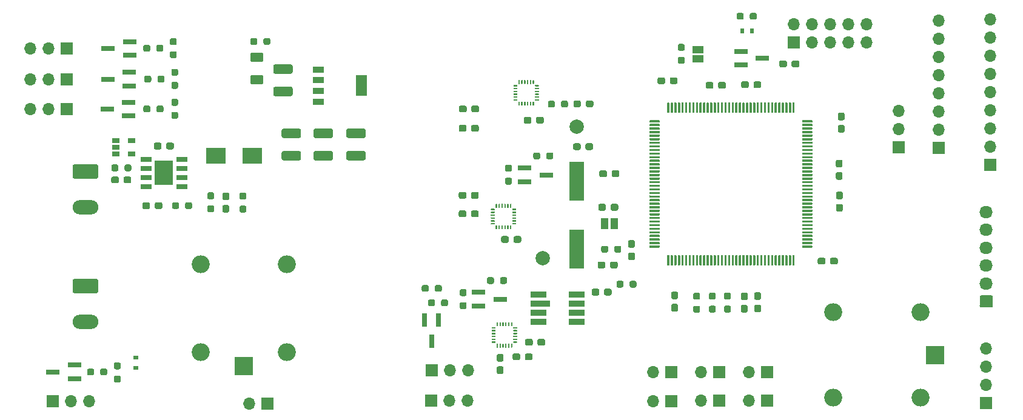
<source format=gbr>
%TF.GenerationSoftware,KiCad,Pcbnew,(5.1.8)-1*%
%TF.CreationDate,2022-04-23T21:59:24-07:00*%
%TF.ProjectId,AttitudeMotorController,41747469-7475-4646-954d-6f746f72436f,rev?*%
%TF.SameCoordinates,Original*%
%TF.FileFunction,Soldermask,Top*%
%TF.FilePolarity,Negative*%
%FSLAX46Y46*%
G04 Gerber Fmt 4.6, Leading zero omitted, Abs format (unit mm)*
G04 Created by KiCad (PCBNEW (5.1.8)-1) date 2022-04-23 21:59:24*
%MOMM*%
%LPD*%
G01*
G04 APERTURE LIST*
%ADD10R,0.600000X0.700000*%
%ADD11R,0.700000X0.600000*%
%ADD12R,1.700000X1.700000*%
%ADD13O,1.700000X1.700000*%
%ADD14O,1.850000X1.700000*%
%ADD15O,3.600000X2.000000*%
%ADD16R,1.000000X1.500000*%
%ADD17R,1.500000X1.000000*%
%ADD18R,2.500000X2.500000*%
%ADD19O,2.500000X2.500000*%
%ADD20R,2.700000X2.200000*%
%ADD21R,1.900000X0.800000*%
%ADD22R,0.800000X1.900000*%
%ADD23C,2.000000*%
%ADD24R,1.505000X0.802000*%
%ADD25R,2.613000X3.502000*%
%ADD26R,1.060000X0.650000*%
%ADD27R,2.250000X0.900000*%
%ADD28R,2.800000X0.900000*%
%ADD29R,1.600200X2.997200*%
%ADD30R,1.600200X0.838200*%
%ADD31R,2.000000X5.500000*%
G04 APERTURE END LIST*
%TO.C,C1*%
G36*
G01*
X169718700Y-8263900D02*
X169718700Y-7788900D01*
G75*
G02*
X169956200Y-7551400I237500J0D01*
G01*
X170556200Y-7551400D01*
G75*
G02*
X170793700Y-7788900I0J-237500D01*
G01*
X170793700Y-8263900D01*
G75*
G02*
X170556200Y-8501400I-237500J0D01*
G01*
X169956200Y-8501400D01*
G75*
G02*
X169718700Y-8263900I0J237500D01*
G01*
G37*
G36*
G01*
X167993700Y-8263900D02*
X167993700Y-7788900D01*
G75*
G02*
X168231200Y-7551400I237500J0D01*
G01*
X168831200Y-7551400D01*
G75*
G02*
X169068700Y-7788900I0J-237500D01*
G01*
X169068700Y-8263900D01*
G75*
G02*
X168831200Y-8501400I-237500J0D01*
G01*
X168231200Y-8501400D01*
G75*
G02*
X167993700Y-8263900I0J237500D01*
G01*
G37*
%TD*%
%TO.C,C2*%
G36*
G01*
X140938300Y-19820900D02*
X140938300Y-19345900D01*
G75*
G02*
X141175800Y-19108400I237500J0D01*
G01*
X141775800Y-19108400D01*
G75*
G02*
X142013300Y-19345900I0J-237500D01*
G01*
X142013300Y-19820900D01*
G75*
G02*
X141775800Y-20058400I-237500J0D01*
G01*
X141175800Y-20058400D01*
G75*
G02*
X140938300Y-19820900I0J237500D01*
G01*
G37*
G36*
G01*
X139213300Y-19820900D02*
X139213300Y-19345900D01*
G75*
G02*
X139450800Y-19108400I237500J0D01*
G01*
X140050800Y-19108400D01*
G75*
G02*
X140288300Y-19345900I0J-237500D01*
G01*
X140288300Y-19820900D01*
G75*
G02*
X140050800Y-20058400I-237500J0D01*
G01*
X139450800Y-20058400D01*
G75*
G02*
X139213300Y-19820900I0J237500D01*
G01*
G37*
%TD*%
%TO.C,C3*%
G36*
G01*
X142639420Y-36356300D02*
X142639420Y-35881300D01*
G75*
G02*
X142876920Y-35643800I237500J0D01*
G01*
X143476920Y-35643800D01*
G75*
G02*
X143714420Y-35881300I0J-237500D01*
G01*
X143714420Y-36356300D01*
G75*
G02*
X143476920Y-36593800I-237500J0D01*
G01*
X142876920Y-36593800D01*
G75*
G02*
X142639420Y-36356300I0J237500D01*
G01*
G37*
G36*
G01*
X144364420Y-36356300D02*
X144364420Y-35881300D01*
G75*
G02*
X144601920Y-35643800I237500J0D01*
G01*
X145201920Y-35643800D01*
G75*
G02*
X145439420Y-35881300I0J-237500D01*
G01*
X145439420Y-36356300D01*
G75*
G02*
X145201920Y-36593800I-237500J0D01*
G01*
X144601920Y-36593800D01*
G75*
G02*
X144364420Y-36356300I0J237500D01*
G01*
G37*
%TD*%
%TO.C,C4*%
G36*
G01*
X142720700Y-28291800D02*
X142720700Y-27816800D01*
G75*
G02*
X142958200Y-27579300I237500J0D01*
G01*
X143558200Y-27579300D01*
G75*
G02*
X143795700Y-27816800I0J-237500D01*
G01*
X143795700Y-28291800D01*
G75*
G02*
X143558200Y-28529300I-237500J0D01*
G01*
X142958200Y-28529300D01*
G75*
G02*
X142720700Y-28291800I0J237500D01*
G01*
G37*
G36*
G01*
X144445700Y-28291800D02*
X144445700Y-27816800D01*
G75*
G02*
X144683200Y-27579300I237500J0D01*
G01*
X145283200Y-27579300D01*
G75*
G02*
X145520700Y-27816800I0J-237500D01*
G01*
X145520700Y-28291800D01*
G75*
G02*
X145283200Y-28529300I-237500J0D01*
G01*
X144683200Y-28529300D01*
G75*
G02*
X144445700Y-28291800I0J237500D01*
G01*
G37*
%TD*%
%TO.C,C5*%
G36*
G01*
X147608300Y-33716080D02*
X147133300Y-33716080D01*
G75*
G02*
X146895800Y-33478580I0J237500D01*
G01*
X146895800Y-32878580D01*
G75*
G02*
X147133300Y-32641080I237500J0D01*
G01*
X147608300Y-32641080D01*
G75*
G02*
X147845800Y-32878580I0J-237500D01*
G01*
X147845800Y-33478580D01*
G75*
G02*
X147608300Y-33716080I-237500J0D01*
G01*
G37*
G36*
G01*
X147608300Y-35441080D02*
X147133300Y-35441080D01*
G75*
G02*
X146895800Y-35203580I0J237500D01*
G01*
X146895800Y-34603580D01*
G75*
G02*
X147133300Y-34366080I237500J0D01*
G01*
X147608300Y-34366080D01*
G75*
G02*
X147845800Y-34603580I0J-237500D01*
G01*
X147845800Y-35203580D01*
G75*
G02*
X147608300Y-35441080I-237500J0D01*
G01*
G37*
%TD*%
%TO.C,C6*%
G36*
G01*
X176165500Y-27591900D02*
X176640500Y-27591900D01*
G75*
G02*
X176878000Y-27829400I0J-237500D01*
G01*
X176878000Y-28429400D01*
G75*
G02*
X176640500Y-28666900I-237500J0D01*
G01*
X176165500Y-28666900D01*
G75*
G02*
X175928000Y-28429400I0J237500D01*
G01*
X175928000Y-27829400D01*
G75*
G02*
X176165500Y-27591900I237500J0D01*
G01*
G37*
G36*
G01*
X176165500Y-25866900D02*
X176640500Y-25866900D01*
G75*
G02*
X176878000Y-26104400I0J-237500D01*
G01*
X176878000Y-26704400D01*
G75*
G02*
X176640500Y-26941900I-237500J0D01*
G01*
X176165500Y-26941900D01*
G75*
G02*
X175928000Y-26704400I0J237500D01*
G01*
X175928000Y-26104400D01*
G75*
G02*
X176165500Y-25866900I237500J0D01*
G01*
G37*
%TD*%
%TO.C,C7*%
G36*
G01*
X173364700Y-35810200D02*
X173364700Y-35335200D01*
G75*
G02*
X173602200Y-35097700I237500J0D01*
G01*
X174202200Y-35097700D01*
G75*
G02*
X174439700Y-35335200I0J-237500D01*
G01*
X174439700Y-35810200D01*
G75*
G02*
X174202200Y-36047700I-237500J0D01*
G01*
X173602200Y-36047700D01*
G75*
G02*
X173364700Y-35810200I0J237500D01*
G01*
G37*
G36*
G01*
X175089700Y-35810200D02*
X175089700Y-35335200D01*
G75*
G02*
X175327200Y-35097700I237500J0D01*
G01*
X175927200Y-35097700D01*
G75*
G02*
X176164700Y-35335200I0J-237500D01*
G01*
X176164700Y-35810200D01*
G75*
G02*
X175927200Y-36047700I-237500J0D01*
G01*
X175327200Y-36047700D01*
G75*
G02*
X175089700Y-35810200I0J237500D01*
G01*
G37*
%TD*%
%TO.C,C8*%
G36*
G01*
X164745660Y-39920720D02*
X165220660Y-39920720D01*
G75*
G02*
X165458160Y-40158220I0J-237500D01*
G01*
X165458160Y-40758220D01*
G75*
G02*
X165220660Y-40995720I-237500J0D01*
G01*
X164745660Y-40995720D01*
G75*
G02*
X164508160Y-40758220I0J237500D01*
G01*
X164508160Y-40158220D01*
G75*
G02*
X164745660Y-39920720I237500J0D01*
G01*
G37*
G36*
G01*
X164745660Y-41645720D02*
X165220660Y-41645720D01*
G75*
G02*
X165458160Y-41883220I0J-237500D01*
G01*
X165458160Y-42483220D01*
G75*
G02*
X165220660Y-42720720I-237500J0D01*
G01*
X164745660Y-42720720D01*
G75*
G02*
X164508160Y-42483220I0J237500D01*
G01*
X164508160Y-41883220D01*
G75*
G02*
X164745660Y-41645720I237500J0D01*
G01*
G37*
%TD*%
%TO.C,C9*%
G36*
G01*
X162878760Y-41683820D02*
X163353760Y-41683820D01*
G75*
G02*
X163591260Y-41921320I0J-237500D01*
G01*
X163591260Y-42521320D01*
G75*
G02*
X163353760Y-42758820I-237500J0D01*
G01*
X162878760Y-42758820D01*
G75*
G02*
X162641260Y-42521320I0J237500D01*
G01*
X162641260Y-41921320D01*
G75*
G02*
X162878760Y-41683820I237500J0D01*
G01*
G37*
G36*
G01*
X162878760Y-39958820D02*
X163353760Y-39958820D01*
G75*
G02*
X163591260Y-40196320I0J-237500D01*
G01*
X163591260Y-40796320D01*
G75*
G02*
X163353760Y-41033820I-237500J0D01*
G01*
X162878760Y-41033820D01*
G75*
G02*
X162641260Y-40796320I0J237500D01*
G01*
X162641260Y-40196320D01*
G75*
G02*
X162878760Y-39958820I237500J0D01*
G01*
G37*
%TD*%
%TO.C,C10*%
G36*
G01*
X153153100Y-41549200D02*
X153628100Y-41549200D01*
G75*
G02*
X153865600Y-41786700I0J-237500D01*
G01*
X153865600Y-42386700D01*
G75*
G02*
X153628100Y-42624200I-237500J0D01*
G01*
X153153100Y-42624200D01*
G75*
G02*
X152915600Y-42386700I0J237500D01*
G01*
X152915600Y-41786700D01*
G75*
G02*
X153153100Y-41549200I237500J0D01*
G01*
G37*
G36*
G01*
X153153100Y-39824200D02*
X153628100Y-39824200D01*
G75*
G02*
X153865600Y-40061700I0J-237500D01*
G01*
X153865600Y-40661700D01*
G75*
G02*
X153628100Y-40899200I-237500J0D01*
G01*
X153153100Y-40899200D01*
G75*
G02*
X152915600Y-40661700I0J237500D01*
G01*
X152915600Y-40061700D01*
G75*
G02*
X153153100Y-39824200I237500J0D01*
G01*
G37*
%TD*%
%TO.C,C11*%
G36*
G01*
X145672000Y-23130500D02*
X145672000Y-23605500D01*
G75*
G02*
X145434500Y-23843000I-237500J0D01*
G01*
X144834500Y-23843000D01*
G75*
G02*
X144597000Y-23605500I0J237500D01*
G01*
X144597000Y-23130500D01*
G75*
G02*
X144834500Y-22893000I237500J0D01*
G01*
X145434500Y-22893000D01*
G75*
G02*
X145672000Y-23130500I0J-237500D01*
G01*
G37*
G36*
G01*
X143947000Y-23130500D02*
X143947000Y-23605500D01*
G75*
G02*
X143709500Y-23843000I-237500J0D01*
G01*
X143109500Y-23843000D01*
G75*
G02*
X142872000Y-23605500I0J237500D01*
G01*
X142872000Y-23130500D01*
G75*
G02*
X143109500Y-22893000I237500J0D01*
G01*
X143709500Y-22893000D01*
G75*
G02*
X143947000Y-23130500I0J-237500D01*
G01*
G37*
%TD*%
%TO.C,C15*%
G36*
G01*
X141805200Y-40140900D02*
X141805200Y-39665900D01*
G75*
G02*
X142042700Y-39428400I237500J0D01*
G01*
X142642700Y-39428400D01*
G75*
G02*
X142880200Y-39665900I0J-237500D01*
G01*
X142880200Y-40140900D01*
G75*
G02*
X142642700Y-40378400I-237500J0D01*
G01*
X142042700Y-40378400D01*
G75*
G02*
X141805200Y-40140900I0J237500D01*
G01*
G37*
G36*
G01*
X143530200Y-40140900D02*
X143530200Y-39665900D01*
G75*
G02*
X143767700Y-39428400I237500J0D01*
G01*
X144367700Y-39428400D01*
G75*
G02*
X144605200Y-39665900I0J-237500D01*
G01*
X144605200Y-40140900D01*
G75*
G02*
X144367700Y-40378400I-237500J0D01*
G01*
X143767700Y-40378400D01*
G75*
G02*
X143530200Y-40140900I0J237500D01*
G01*
G37*
%TD*%
%TO.C,C16*%
G36*
G01*
X124962601Y-26626801D02*
X124962601Y-26151801D01*
G75*
G02*
X125200101Y-25914301I237500J0D01*
G01*
X125800101Y-25914301D01*
G75*
G02*
X126037601Y-26151801I0J-237500D01*
G01*
X126037601Y-26626801D01*
G75*
G02*
X125800101Y-26864301I-237500J0D01*
G01*
X125200101Y-26864301D01*
G75*
G02*
X124962601Y-26626801I0J237500D01*
G01*
G37*
G36*
G01*
X123237601Y-26626801D02*
X123237601Y-26151801D01*
G75*
G02*
X123475101Y-25914301I237500J0D01*
G01*
X124075101Y-25914301D01*
G75*
G02*
X124312601Y-26151801I0J-237500D01*
G01*
X124312601Y-26626801D01*
G75*
G02*
X124075101Y-26864301I-237500J0D01*
G01*
X123475101Y-26864301D01*
G75*
G02*
X123237601Y-26626801I0J237500D01*
G01*
G37*
%TD*%
%TO.C,C17*%
G36*
G01*
X123237800Y-29206200D02*
X123237800Y-28731200D01*
G75*
G02*
X123475300Y-28493700I237500J0D01*
G01*
X124075300Y-28493700D01*
G75*
G02*
X124312800Y-28731200I0J-237500D01*
G01*
X124312800Y-29206200D01*
G75*
G02*
X124075300Y-29443700I-237500J0D01*
G01*
X123475300Y-29443700D01*
G75*
G02*
X123237800Y-29206200I0J237500D01*
G01*
G37*
G36*
G01*
X124962800Y-29206200D02*
X124962800Y-28731200D01*
G75*
G02*
X125200300Y-28493700I237500J0D01*
G01*
X125800300Y-28493700D01*
G75*
G02*
X126037800Y-28731200I0J-237500D01*
G01*
X126037800Y-29206200D01*
G75*
G02*
X125800300Y-29443700I-237500J0D01*
G01*
X125200300Y-29443700D01*
G75*
G02*
X124962800Y-29206200I0J237500D01*
G01*
G37*
%TD*%
%TO.C,C18*%
G36*
G01*
X129169800Y-32787600D02*
X129169800Y-32312600D01*
G75*
G02*
X129407300Y-32075100I237500J0D01*
G01*
X130007300Y-32075100D01*
G75*
G02*
X130244800Y-32312600I0J-237500D01*
G01*
X130244800Y-32787600D01*
G75*
G02*
X130007300Y-33025100I-237500J0D01*
G01*
X129407300Y-33025100D01*
G75*
G02*
X129169800Y-32787600I0J237500D01*
G01*
G37*
G36*
G01*
X130894800Y-32787600D02*
X130894800Y-32312600D01*
G75*
G02*
X131132300Y-32075100I237500J0D01*
G01*
X131732300Y-32075100D01*
G75*
G02*
X131969800Y-32312600I0J-237500D01*
G01*
X131969800Y-32787600D01*
G75*
G02*
X131732300Y-33025100I-237500J0D01*
G01*
X131132300Y-33025100D01*
G75*
G02*
X130894800Y-32787600I0J237500D01*
G01*
G37*
%TD*%
%TO.C,C19*%
G36*
G01*
X124976600Y-17255500D02*
X124976600Y-16780500D01*
G75*
G02*
X125214100Y-16543000I237500J0D01*
G01*
X125814100Y-16543000D01*
G75*
G02*
X126051600Y-16780500I0J-237500D01*
G01*
X126051600Y-17255500D01*
G75*
G02*
X125814100Y-17493000I-237500J0D01*
G01*
X125214100Y-17493000D01*
G75*
G02*
X124976600Y-17255500I0J237500D01*
G01*
G37*
G36*
G01*
X123251600Y-17255500D02*
X123251600Y-16780500D01*
G75*
G02*
X123489100Y-16543000I237500J0D01*
G01*
X124089100Y-16543000D01*
G75*
G02*
X124326600Y-16780500I0J-237500D01*
G01*
X124326600Y-17255500D01*
G75*
G02*
X124089100Y-17493000I-237500J0D01*
G01*
X123489100Y-17493000D01*
G75*
G02*
X123251600Y-17255500I0J237500D01*
G01*
G37*
%TD*%
%TO.C,C20*%
G36*
G01*
X123277000Y-14563100D02*
X123277000Y-14088100D01*
G75*
G02*
X123514500Y-13850600I237500J0D01*
G01*
X124114500Y-13850600D01*
G75*
G02*
X124352000Y-14088100I0J-237500D01*
G01*
X124352000Y-14563100D01*
G75*
G02*
X124114500Y-14800600I-237500J0D01*
G01*
X123514500Y-14800600D01*
G75*
G02*
X123277000Y-14563100I0J237500D01*
G01*
G37*
G36*
G01*
X125002000Y-14563100D02*
X125002000Y-14088100D01*
G75*
G02*
X125239500Y-13850600I237500J0D01*
G01*
X125839500Y-13850600D01*
G75*
G02*
X126077000Y-14088100I0J-237500D01*
G01*
X126077000Y-14563100D01*
G75*
G02*
X125839500Y-14800600I-237500J0D01*
G01*
X125239500Y-14800600D01*
G75*
G02*
X125002000Y-14563100I0J237500D01*
G01*
G37*
%TD*%
%TO.C,C21*%
G36*
G01*
X132319400Y-16125200D02*
X132319400Y-15650200D01*
G75*
G02*
X132556900Y-15412700I237500J0D01*
G01*
X133156900Y-15412700D01*
G75*
G02*
X133394400Y-15650200I0J-237500D01*
G01*
X133394400Y-16125200D01*
G75*
G02*
X133156900Y-16362700I-237500J0D01*
G01*
X132556900Y-16362700D01*
G75*
G02*
X132319400Y-16125200I0J237500D01*
G01*
G37*
G36*
G01*
X134044400Y-16125200D02*
X134044400Y-15650200D01*
G75*
G02*
X134281900Y-15412700I237500J0D01*
G01*
X134881900Y-15412700D01*
G75*
G02*
X135119400Y-15650200I0J-237500D01*
G01*
X135119400Y-16125200D01*
G75*
G02*
X134881900Y-16362700I-237500J0D01*
G01*
X134281900Y-16362700D01*
G75*
G02*
X134044400Y-16125200I0J237500D01*
G01*
G37*
%TD*%
%TO.C,C22*%
G36*
G01*
X129256800Y-49624100D02*
X128781800Y-49624100D01*
G75*
G02*
X128544300Y-49386600I0J237500D01*
G01*
X128544300Y-48786600D01*
G75*
G02*
X128781800Y-48549100I237500J0D01*
G01*
X129256800Y-48549100D01*
G75*
G02*
X129494300Y-48786600I0J-237500D01*
G01*
X129494300Y-49386600D01*
G75*
G02*
X129256800Y-49624100I-237500J0D01*
G01*
G37*
G36*
G01*
X129256800Y-51349100D02*
X128781800Y-51349100D01*
G75*
G02*
X128544300Y-51111600I0J237500D01*
G01*
X128544300Y-50511600D01*
G75*
G02*
X128781800Y-50274100I237500J0D01*
G01*
X129256800Y-50274100D01*
G75*
G02*
X129494300Y-50511600I0J-237500D01*
G01*
X129494300Y-51111600D01*
G75*
G02*
X129256800Y-51349100I-237500J0D01*
G01*
G37*
%TD*%
%TO.C,C23*%
G36*
G01*
X132509900Y-47151300D02*
X132509900Y-46676300D01*
G75*
G02*
X132747400Y-46438800I237500J0D01*
G01*
X133347400Y-46438800D01*
G75*
G02*
X133584900Y-46676300I0J-237500D01*
G01*
X133584900Y-47151300D01*
G75*
G02*
X133347400Y-47388800I-237500J0D01*
G01*
X132747400Y-47388800D01*
G75*
G02*
X132509900Y-47151300I0J237500D01*
G01*
G37*
G36*
G01*
X134234900Y-47151300D02*
X134234900Y-46676300D01*
G75*
G02*
X134472400Y-46438800I237500J0D01*
G01*
X135072400Y-46438800D01*
G75*
G02*
X135309900Y-46676300I0J-237500D01*
G01*
X135309900Y-47151300D01*
G75*
G02*
X135072400Y-47388800I-237500J0D01*
G01*
X134472400Y-47388800D01*
G75*
G02*
X134234900Y-47151300I0J237500D01*
G01*
G37*
%TD*%
%TO.C,C24*%
G36*
G01*
X132481200Y-49183300D02*
X132481200Y-48708300D01*
G75*
G02*
X132718700Y-48470800I237500J0D01*
G01*
X133318700Y-48470800D01*
G75*
G02*
X133556200Y-48708300I0J-237500D01*
G01*
X133556200Y-49183300D01*
G75*
G02*
X133318700Y-49420800I-237500J0D01*
G01*
X132718700Y-49420800D01*
G75*
G02*
X132481200Y-49183300I0J237500D01*
G01*
G37*
G36*
G01*
X130756200Y-49183300D02*
X130756200Y-48708300D01*
G75*
G02*
X130993700Y-48470800I237500J0D01*
G01*
X131593700Y-48470800D01*
G75*
G02*
X131831200Y-48708300I0J-237500D01*
G01*
X131831200Y-49183300D01*
G75*
G02*
X131593700Y-49420800I-237500J0D01*
G01*
X130993700Y-49420800D01*
G75*
G02*
X130756200Y-49183300I0J237500D01*
G01*
G37*
%TD*%
%TO.C,C27*%
G36*
G01*
X76448800Y-24469100D02*
X76448800Y-23994100D01*
G75*
G02*
X76686300Y-23756600I237500J0D01*
G01*
X77286300Y-23756600D01*
G75*
G02*
X77523800Y-23994100I0J-237500D01*
G01*
X77523800Y-24469100D01*
G75*
G02*
X77286300Y-24706600I-237500J0D01*
G01*
X76686300Y-24706600D01*
G75*
G02*
X76448800Y-24469100I0J237500D01*
G01*
G37*
G36*
G01*
X74723800Y-24469100D02*
X74723800Y-23994100D01*
G75*
G02*
X74961300Y-23756600I237500J0D01*
G01*
X75561300Y-23756600D01*
G75*
G02*
X75798800Y-23994100I0J-237500D01*
G01*
X75798800Y-24469100D01*
G75*
G02*
X75561300Y-24706600I-237500J0D01*
G01*
X74961300Y-24706600D01*
G75*
G02*
X74723800Y-24469100I0J237500D01*
G01*
G37*
%TD*%
%TO.C,C29*%
G36*
G01*
X81867200Y-27600900D02*
X81867200Y-28075900D01*
G75*
G02*
X81629700Y-28313400I-237500J0D01*
G01*
X81029700Y-28313400D01*
G75*
G02*
X80792200Y-28075900I0J237500D01*
G01*
X80792200Y-27600900D01*
G75*
G02*
X81029700Y-27363400I237500J0D01*
G01*
X81629700Y-27363400D01*
G75*
G02*
X81867200Y-27600900I0J-237500D01*
G01*
G37*
G36*
G01*
X80142200Y-27600900D02*
X80142200Y-28075900D01*
G75*
G02*
X79904700Y-28313400I-237500J0D01*
G01*
X79304700Y-28313400D01*
G75*
G02*
X79067200Y-28075900I0J237500D01*
G01*
X79067200Y-27600900D01*
G75*
G02*
X79304700Y-27363400I237500J0D01*
G01*
X79904700Y-27363400D01*
G75*
G02*
X80142200Y-27600900I0J-237500D01*
G01*
G37*
%TD*%
%TO.C,C30*%
G36*
G01*
X83480100Y-19257000D02*
X83480100Y-19732000D01*
G75*
G02*
X83242600Y-19969500I-237500J0D01*
G01*
X82642600Y-19969500D01*
G75*
G02*
X82405100Y-19732000I0J237500D01*
G01*
X82405100Y-19257000D01*
G75*
G02*
X82642600Y-19019500I237500J0D01*
G01*
X83242600Y-19019500D01*
G75*
G02*
X83480100Y-19257000I0J-237500D01*
G01*
G37*
G36*
G01*
X81755100Y-19257000D02*
X81755100Y-19732000D01*
G75*
G02*
X81517600Y-19969500I-237500J0D01*
G01*
X80917600Y-19969500D01*
G75*
G02*
X80680100Y-19732000I0J237500D01*
G01*
X80680100Y-19257000D01*
G75*
G02*
X80917600Y-19019500I237500J0D01*
G01*
X81517600Y-19019500D01*
G75*
G02*
X81755100Y-19257000I0J-237500D01*
G01*
G37*
%TD*%
%TO.C,C32*%
G36*
G01*
X90491300Y-27718900D02*
X90966300Y-27718900D01*
G75*
G02*
X91203800Y-27956400I0J-237500D01*
G01*
X91203800Y-28556400D01*
G75*
G02*
X90966300Y-28793900I-237500J0D01*
G01*
X90491300Y-28793900D01*
G75*
G02*
X90253800Y-28556400I0J237500D01*
G01*
X90253800Y-27956400D01*
G75*
G02*
X90491300Y-27718900I237500J0D01*
G01*
G37*
G36*
G01*
X90491300Y-25993900D02*
X90966300Y-25993900D01*
G75*
G02*
X91203800Y-26231400I0J-237500D01*
G01*
X91203800Y-26831400D01*
G75*
G02*
X90966300Y-27068900I-237500J0D01*
G01*
X90491300Y-27068900D01*
G75*
G02*
X90253800Y-26831400I0J237500D01*
G01*
X90253800Y-26231400D01*
G75*
G02*
X90491300Y-25993900I237500J0D01*
G01*
G37*
%TD*%
%TO.C,C34*%
G36*
G01*
X98772798Y-17066300D02*
X100972802Y-17066300D01*
G75*
G02*
X101222800Y-17316298I0J-249998D01*
G01*
X101222800Y-18141302D01*
G75*
G02*
X100972802Y-18391300I-249998J0D01*
G01*
X98772798Y-18391300D01*
G75*
G02*
X98522800Y-18141302I0J249998D01*
G01*
X98522800Y-17316298D01*
G75*
G02*
X98772798Y-17066300I249998J0D01*
G01*
G37*
G36*
G01*
X98772798Y-20191300D02*
X100972802Y-20191300D01*
G75*
G02*
X101222800Y-20441298I0J-249998D01*
G01*
X101222800Y-21266302D01*
G75*
G02*
X100972802Y-21516300I-249998J0D01*
G01*
X98772798Y-21516300D01*
G75*
G02*
X98522800Y-21266302I0J249998D01*
G01*
X98522800Y-20441298D01*
G75*
G02*
X98772798Y-20191300I249998J0D01*
G01*
G37*
%TD*%
%TO.C,C36*%
G36*
G01*
X103217798Y-17066300D02*
X105417802Y-17066300D01*
G75*
G02*
X105667800Y-17316298I0J-249998D01*
G01*
X105667800Y-18141302D01*
G75*
G02*
X105417802Y-18391300I-249998J0D01*
G01*
X103217798Y-18391300D01*
G75*
G02*
X102967800Y-18141302I0J249998D01*
G01*
X102967800Y-17316298D01*
G75*
G02*
X103217798Y-17066300I249998J0D01*
G01*
G37*
G36*
G01*
X103217798Y-20191300D02*
X105417802Y-20191300D01*
G75*
G02*
X105667800Y-20441298I0J-249998D01*
G01*
X105667800Y-21266302D01*
G75*
G02*
X105417802Y-21516300I-249998J0D01*
G01*
X103217798Y-21516300D01*
G75*
G02*
X102967800Y-21266302I0J249998D01*
G01*
X102967800Y-20441298D01*
G75*
G02*
X103217798Y-20191300I249998J0D01*
G01*
G37*
%TD*%
%TO.C,C37*%
G36*
G01*
X107802498Y-20178600D02*
X110002502Y-20178600D01*
G75*
G02*
X110252500Y-20428598I0J-249998D01*
G01*
X110252500Y-21253602D01*
G75*
G02*
X110002502Y-21503600I-249998J0D01*
G01*
X107802498Y-21503600D01*
G75*
G02*
X107552500Y-21253602I0J249998D01*
G01*
X107552500Y-20428598D01*
G75*
G02*
X107802498Y-20178600I249998J0D01*
G01*
G37*
G36*
G01*
X107802498Y-17053600D02*
X110002502Y-17053600D01*
G75*
G02*
X110252500Y-17303598I0J-249998D01*
G01*
X110252500Y-18128602D01*
G75*
G02*
X110002502Y-18378600I-249998J0D01*
G01*
X107802498Y-18378600D01*
G75*
G02*
X107552500Y-18128602I0J249998D01*
G01*
X107552500Y-17303598D01*
G75*
G02*
X107802498Y-17053600I249998J0D01*
G01*
G37*
%TD*%
%TO.C,C38*%
G36*
G01*
X95709502Y-7761800D02*
X94409498Y-7761800D01*
G75*
G02*
X94159500Y-7511802I0J249998D01*
G01*
X94159500Y-6686798D01*
G75*
G02*
X94409498Y-6436800I249998J0D01*
G01*
X95709502Y-6436800D01*
G75*
G02*
X95959500Y-6686798I0J-249998D01*
G01*
X95959500Y-7511802D01*
G75*
G02*
X95709502Y-7761800I-249998J0D01*
G01*
G37*
G36*
G01*
X95709502Y-10886800D02*
X94409498Y-10886800D01*
G75*
G02*
X94159500Y-10636802I0J249998D01*
G01*
X94159500Y-9811798D01*
G75*
G02*
X94409498Y-9561800I249998J0D01*
G01*
X95709502Y-9561800D01*
G75*
G02*
X95959500Y-9811798I0J-249998D01*
G01*
X95959500Y-10636802D01*
G75*
G02*
X95709502Y-10886800I-249998J0D01*
G01*
G37*
%TD*%
%TO.C,C39*%
G36*
G01*
X99804402Y-9412800D02*
X97604398Y-9412800D01*
G75*
G02*
X97354400Y-9162802I0J249998D01*
G01*
X97354400Y-8337798D01*
G75*
G02*
X97604398Y-8087800I249998J0D01*
G01*
X99804402Y-8087800D01*
G75*
G02*
X100054400Y-8337798I0J-249998D01*
G01*
X100054400Y-9162802D01*
G75*
G02*
X99804402Y-9412800I-249998J0D01*
G01*
G37*
G36*
G01*
X99804402Y-12537800D02*
X97604398Y-12537800D01*
G75*
G02*
X97354400Y-12287802I0J249998D01*
G01*
X97354400Y-11462798D01*
G75*
G02*
X97604398Y-11212800I249998J0D01*
G01*
X99804402Y-11212800D01*
G75*
G02*
X100054400Y-11462798I0J-249998D01*
G01*
X100054400Y-12287802D01*
G75*
G02*
X99804402Y-12537800I-249998J0D01*
G01*
G37*
%TD*%
%TO.C,C40*%
G36*
G01*
X152062300Y-10138400D02*
X152062300Y-10613400D01*
G75*
G02*
X151824800Y-10850900I-237500J0D01*
G01*
X151224800Y-10850900D01*
G75*
G02*
X150987300Y-10613400I0J237500D01*
G01*
X150987300Y-10138400D01*
G75*
G02*
X151224800Y-9900900I237500J0D01*
G01*
X151824800Y-9900900D01*
G75*
G02*
X152062300Y-10138400I0J-237500D01*
G01*
G37*
G36*
G01*
X153787300Y-10138400D02*
X153787300Y-10613400D01*
G75*
G02*
X153549800Y-10850900I-237500J0D01*
G01*
X152949800Y-10850900D01*
G75*
G02*
X152712300Y-10613400I0J237500D01*
G01*
X152712300Y-10138400D01*
G75*
G02*
X152949800Y-9900900I237500J0D01*
G01*
X153549800Y-9900900D01*
G75*
G02*
X153787300Y-10138400I0J-237500D01*
G01*
G37*
%TD*%
%TO.C,C41*%
G36*
G01*
X160531000Y-10786100D02*
X160531000Y-11261100D01*
G75*
G02*
X160293500Y-11498600I-237500J0D01*
G01*
X159693500Y-11498600D01*
G75*
G02*
X159456000Y-11261100I0J237500D01*
G01*
X159456000Y-10786100D01*
G75*
G02*
X159693500Y-10548600I237500J0D01*
G01*
X160293500Y-10548600D01*
G75*
G02*
X160531000Y-10786100I0J-237500D01*
G01*
G37*
G36*
G01*
X158806000Y-10786100D02*
X158806000Y-11261100D01*
G75*
G02*
X158568500Y-11498600I-237500J0D01*
G01*
X157968500Y-11498600D01*
G75*
G02*
X157731000Y-11261100I0J237500D01*
G01*
X157731000Y-10786100D01*
G75*
G02*
X157968500Y-10548600I237500J0D01*
G01*
X158568500Y-10548600D01*
G75*
G02*
X158806000Y-10786100I0J-237500D01*
G01*
G37*
%TD*%
%TO.C,C42*%
G36*
G01*
X163746300Y-10697200D02*
X163746300Y-11172200D01*
G75*
G02*
X163508800Y-11409700I-237500J0D01*
G01*
X162908800Y-11409700D01*
G75*
G02*
X162671300Y-11172200I0J237500D01*
G01*
X162671300Y-10697200D01*
G75*
G02*
X162908800Y-10459700I237500J0D01*
G01*
X163508800Y-10459700D01*
G75*
G02*
X163746300Y-10697200I0J-237500D01*
G01*
G37*
G36*
G01*
X165471300Y-10697200D02*
X165471300Y-11172200D01*
G75*
G02*
X165233800Y-11409700I-237500J0D01*
G01*
X164633800Y-11409700D01*
G75*
G02*
X164396300Y-11172200I0J237500D01*
G01*
X164396300Y-10697200D01*
G75*
G02*
X164633800Y-10459700I237500J0D01*
G01*
X165233800Y-10459700D01*
G75*
G02*
X165471300Y-10697200I0J-237500D01*
G01*
G37*
%TD*%
%TO.C,C43*%
G36*
G01*
X176894500Y-17630600D02*
X176419500Y-17630600D01*
G75*
G02*
X176182000Y-17393100I0J237500D01*
G01*
X176182000Y-16793100D01*
G75*
G02*
X176419500Y-16555600I237500J0D01*
G01*
X176894500Y-16555600D01*
G75*
G02*
X177132000Y-16793100I0J-237500D01*
G01*
X177132000Y-17393100D01*
G75*
G02*
X176894500Y-17630600I-237500J0D01*
G01*
G37*
G36*
G01*
X176894500Y-15905600D02*
X176419500Y-15905600D01*
G75*
G02*
X176182000Y-15668100I0J237500D01*
G01*
X176182000Y-15068100D01*
G75*
G02*
X176419500Y-14830600I237500J0D01*
G01*
X176894500Y-14830600D01*
G75*
G02*
X177132000Y-15068100I0J-237500D01*
G01*
X177132000Y-15668100D01*
G75*
G02*
X176894500Y-15905600I-237500J0D01*
G01*
G37*
%TD*%
%TO.C,C44*%
G36*
G01*
X176602400Y-22484200D02*
X176127400Y-22484200D01*
G75*
G02*
X175889900Y-22246700I0J237500D01*
G01*
X175889900Y-21646700D01*
G75*
G02*
X176127400Y-21409200I237500J0D01*
G01*
X176602400Y-21409200D01*
G75*
G02*
X176839900Y-21646700I0J-237500D01*
G01*
X176839900Y-22246700D01*
G75*
G02*
X176602400Y-22484200I-237500J0D01*
G01*
G37*
G36*
G01*
X176602400Y-24209200D02*
X176127400Y-24209200D01*
G75*
G02*
X175889900Y-23971700I0J237500D01*
G01*
X175889900Y-23371700D01*
G75*
G02*
X176127400Y-23134200I237500J0D01*
G01*
X176602400Y-23134200D01*
G75*
G02*
X176839900Y-23371700I0J-237500D01*
G01*
X176839900Y-23971700D01*
G75*
G02*
X176602400Y-24209200I-237500J0D01*
G01*
G37*
%TD*%
%TO.C,D1*%
G36*
G01*
X139251200Y-13851900D02*
X139251200Y-13376900D01*
G75*
G02*
X139488700Y-13139400I237500J0D01*
G01*
X140063700Y-13139400D01*
G75*
G02*
X140301200Y-13376900I0J-237500D01*
G01*
X140301200Y-13851900D01*
G75*
G02*
X140063700Y-14089400I-237500J0D01*
G01*
X139488700Y-14089400D01*
G75*
G02*
X139251200Y-13851900I0J237500D01*
G01*
G37*
G36*
G01*
X141001200Y-13851900D02*
X141001200Y-13376900D01*
G75*
G02*
X141238700Y-13139400I237500J0D01*
G01*
X141813700Y-13139400D01*
G75*
G02*
X142051200Y-13376900I0J-237500D01*
G01*
X142051200Y-13851900D01*
G75*
G02*
X141813700Y-14089400I-237500J0D01*
G01*
X141238700Y-14089400D01*
G75*
G02*
X141001200Y-13851900I0J237500D01*
G01*
G37*
%TD*%
D10*
%TO.C,D2*%
X162812500Y-3390900D03*
X164212500Y-3390900D03*
%TD*%
D11*
%TO.C,D3*%
X78143100Y-50458600D03*
X78143100Y-49058600D03*
%TD*%
D12*
%TO.C,J1*%
X190220600Y-19723100D03*
D13*
X190220600Y-17183100D03*
X190220600Y-14643100D03*
X190220600Y-12103100D03*
X190220600Y-9563100D03*
X190220600Y-7023100D03*
X190220600Y-4483100D03*
X190220600Y-1943100D03*
%TD*%
D12*
%TO.C,J2*%
X119481600Y-50838100D03*
D13*
X122021600Y-50838100D03*
X124561600Y-50838100D03*
%TD*%
D12*
%TO.C,J3*%
X170027600Y-5054600D03*
D13*
X170027600Y-2514600D03*
X172567600Y-5054600D03*
X172567600Y-2514600D03*
X175107600Y-5054600D03*
X175107600Y-2514600D03*
X177647600Y-5054600D03*
X177647600Y-2514600D03*
X180187600Y-5054600D03*
X180187600Y-2514600D03*
%TD*%
D12*
%TO.C,J4*%
X184658000Y-19646900D03*
D13*
X184658000Y-17106900D03*
X184658000Y-14566900D03*
%TD*%
D12*
%TO.C,J5*%
X68529200Y-5880100D03*
D13*
X65989200Y-5880100D03*
X63449200Y-5880100D03*
%TD*%
%TO.C,J6*%
G36*
G01*
X197575800Y-42061500D02*
X196225800Y-42061500D01*
G75*
G02*
X195975800Y-41811500I0J250000D01*
G01*
X195975800Y-40611500D01*
G75*
G02*
X196225800Y-40361500I250000J0D01*
G01*
X197575800Y-40361500D01*
G75*
G02*
X197825800Y-40611500I0J-250000D01*
G01*
X197825800Y-41811500D01*
G75*
G02*
X197575800Y-42061500I-250000J0D01*
G01*
G37*
D14*
X196900800Y-38711500D03*
X196900800Y-36211500D03*
X196900800Y-33711500D03*
X196900800Y-31211500D03*
X196900800Y-28711500D03*
%TD*%
D13*
%TO.C,J7*%
X124485400Y-55054500D03*
X121945400Y-55054500D03*
D12*
X119405400Y-55054500D03*
%TD*%
%TO.C,J8*%
X197434200Y-22123400D03*
D13*
X197434200Y-19583400D03*
X197434200Y-17043400D03*
X197434200Y-14503400D03*
X197434200Y-11963400D03*
X197434200Y-9423400D03*
X197434200Y-6883400D03*
X197434200Y-4343400D03*
X197434200Y-1803400D03*
%TD*%
D12*
%TO.C,J9*%
X196850000Y-55397400D03*
D13*
X196850000Y-52857400D03*
X196850000Y-50317400D03*
X196850000Y-47777400D03*
%TD*%
%TO.C,J10*%
X163733480Y-55102760D03*
D12*
X166273480Y-55102760D03*
%TD*%
%TO.C,J11*%
X159639000Y-55102760D03*
D13*
X157099000Y-55102760D03*
%TD*%
D12*
%TO.C,J12*%
X152948640Y-55128160D03*
D13*
X150408640Y-55128160D03*
%TD*%
%TO.C,J13*%
X163753800Y-51117500D03*
D12*
X166293800Y-51117500D03*
%TD*%
D13*
%TO.C,J14*%
X157111700Y-51104800D03*
D12*
X159651700Y-51104800D03*
%TD*%
%TO.C,J15*%
X152946100Y-51092100D03*
D13*
X150406100Y-51092100D03*
%TD*%
D12*
%TO.C,J16*%
X96507300Y-55524400D03*
D13*
X93967300Y-55524400D03*
%TD*%
D12*
%TO.C,J17*%
X66548000Y-55105300D03*
D13*
X69088000Y-55105300D03*
X71628000Y-55105300D03*
%TD*%
D15*
%TO.C,J19*%
X71120000Y-28063200D03*
G36*
G01*
X69570000Y-22063200D02*
X72670000Y-22063200D01*
G75*
G02*
X72920000Y-22313200I0J-250000D01*
G01*
X72920000Y-23813200D01*
G75*
G02*
X72670000Y-24063200I-250000J0D01*
G01*
X69570000Y-24063200D01*
G75*
G02*
X69320000Y-23813200I0J250000D01*
G01*
X69320000Y-22313200D01*
G75*
G02*
X69570000Y-22063200I250000J0D01*
G01*
G37*
%TD*%
%TO.C,J20*%
G36*
G01*
X69570000Y-38052500D02*
X72670000Y-38052500D01*
G75*
G02*
X72920000Y-38302500I0J-250000D01*
G01*
X72920000Y-39802500D01*
G75*
G02*
X72670000Y-40052500I-250000J0D01*
G01*
X69570000Y-40052500D01*
G75*
G02*
X69320000Y-39802500I0J250000D01*
G01*
X69320000Y-38302500D01*
G75*
G02*
X69570000Y-38052500I250000J0D01*
G01*
G37*
X71120000Y-44052500D03*
%TD*%
D13*
%TO.C,J21*%
X63461900Y-14363700D03*
X66001900Y-14363700D03*
D12*
X68541900Y-14363700D03*
%TD*%
D13*
%TO.C,J22*%
X63461900Y-10147300D03*
X66001900Y-10147300D03*
D12*
X68541900Y-10147300D03*
%TD*%
D16*
%TO.C,JP1*%
X143647400Y-30340300D03*
X144947400Y-30340300D03*
%TD*%
D17*
%TO.C,JP2*%
X156679900Y-6017500D03*
X156679900Y-7317500D03*
%TD*%
D18*
%TO.C,K1*%
X93256100Y-50253900D03*
D19*
X99256100Y-48253900D03*
X99256100Y-36053900D03*
X87256100Y-36053900D03*
X87256100Y-48253900D03*
%TD*%
%TO.C,K2*%
X187712600Y-54679100D03*
X175512600Y-54679100D03*
X175512600Y-42679100D03*
X187712600Y-42679100D03*
D18*
X189712600Y-48679100D03*
%TD*%
D20*
%TO.C,L2*%
X94421800Y-20878800D03*
X89321800Y-20878800D03*
%TD*%
D21*
%TO.C,Q1*%
X165647500Y-7213600D03*
X162647500Y-8163600D03*
X162647500Y-6263600D03*
%TD*%
%TO.C,Q2*%
X69597400Y-52004000D03*
X69597400Y-50104000D03*
X66597400Y-51054000D03*
%TD*%
D22*
%TO.C,Q9*%
X119443500Y-46762800D03*
X118493500Y-43762800D03*
X120393500Y-43762800D03*
%TD*%
D21*
%TO.C,Q10*%
X77306300Y-6817400D03*
X77306300Y-4917400D03*
X74306300Y-5867400D03*
%TD*%
%TO.C,Q11*%
X77179300Y-15288300D03*
X77179300Y-13388300D03*
X74179300Y-14338300D03*
%TD*%
%TO.C,Q12*%
X74255500Y-10160000D03*
X77255500Y-9210000D03*
X77255500Y-11110000D03*
%TD*%
%TO.C,R1*%
G36*
G01*
X136673400Y-13402300D02*
X136673400Y-13877300D01*
G75*
G02*
X136435900Y-14114800I-237500J0D01*
G01*
X135935900Y-14114800D01*
G75*
G02*
X135698400Y-13877300I0J237500D01*
G01*
X135698400Y-13402300D01*
G75*
G02*
X135935900Y-13164800I237500J0D01*
G01*
X136435900Y-13164800D01*
G75*
G02*
X136673400Y-13402300I0J-237500D01*
G01*
G37*
G36*
G01*
X138498400Y-13402300D02*
X138498400Y-13877300D01*
G75*
G02*
X138260900Y-14114800I-237500J0D01*
G01*
X137760900Y-14114800D01*
G75*
G02*
X137523400Y-13877300I0J237500D01*
G01*
X137523400Y-13402300D01*
G75*
G02*
X137760900Y-13164800I237500J0D01*
G01*
X138260900Y-13164800D01*
G75*
G02*
X138498400Y-13402300I0J-237500D01*
G01*
G37*
%TD*%
%TO.C,R2*%
G36*
G01*
X145936800Y-33684200D02*
X145936800Y-34159200D01*
G75*
G02*
X145699300Y-34396700I-237500J0D01*
G01*
X145199300Y-34396700D01*
G75*
G02*
X144961800Y-34159200I0J237500D01*
G01*
X144961800Y-33684200D01*
G75*
G02*
X145199300Y-33446700I237500J0D01*
G01*
X145699300Y-33446700D01*
G75*
G02*
X145936800Y-33684200I0J-237500D01*
G01*
G37*
G36*
G01*
X144111800Y-33684200D02*
X144111800Y-34159200D01*
G75*
G02*
X143874300Y-34396700I-237500J0D01*
G01*
X143374300Y-34396700D01*
G75*
G02*
X143136800Y-34159200I0J237500D01*
G01*
X143136800Y-33684200D01*
G75*
G02*
X143374300Y-33446700I237500J0D01*
G01*
X143874300Y-33446700D01*
G75*
G02*
X144111800Y-33684200I0J-237500D01*
G01*
G37*
%TD*%
%TO.C,R3*%
G36*
G01*
X163874000Y-1609100D02*
X163874000Y-1134100D01*
G75*
G02*
X164111500Y-896600I237500J0D01*
G01*
X164611500Y-896600D01*
G75*
G02*
X164849000Y-1134100I0J-237500D01*
G01*
X164849000Y-1609100D01*
G75*
G02*
X164611500Y-1846600I-237500J0D01*
G01*
X164111500Y-1846600D01*
G75*
G02*
X163874000Y-1609100I0J237500D01*
G01*
G37*
G36*
G01*
X162049000Y-1609100D02*
X162049000Y-1134100D01*
G75*
G02*
X162286500Y-896600I237500J0D01*
G01*
X162786500Y-896600D01*
G75*
G02*
X163024000Y-1134100I0J-237500D01*
G01*
X163024000Y-1609100D01*
G75*
G02*
X162786500Y-1846600I-237500J0D01*
G01*
X162286500Y-1846600D01*
G75*
G02*
X162049000Y-1609100I0J237500D01*
G01*
G37*
%TD*%
%TO.C,R4*%
G36*
G01*
X75815200Y-50703300D02*
X75340200Y-50703300D01*
G75*
G02*
X75102700Y-50465800I0J237500D01*
G01*
X75102700Y-49965800D01*
G75*
G02*
X75340200Y-49728300I237500J0D01*
G01*
X75815200Y-49728300D01*
G75*
G02*
X76052700Y-49965800I0J-237500D01*
G01*
X76052700Y-50465800D01*
G75*
G02*
X75815200Y-50703300I-237500J0D01*
G01*
G37*
G36*
G01*
X75815200Y-52528300D02*
X75340200Y-52528300D01*
G75*
G02*
X75102700Y-52290800I0J237500D01*
G01*
X75102700Y-51790800D01*
G75*
G02*
X75340200Y-51553300I237500J0D01*
G01*
X75815200Y-51553300D01*
G75*
G02*
X76052700Y-51790800I0J-237500D01*
G01*
X76052700Y-52290800D01*
G75*
G02*
X75815200Y-52528300I-237500J0D01*
G01*
G37*
%TD*%
%TO.C,R5*%
G36*
G01*
X74160200Y-50829200D02*
X74160200Y-51304200D01*
G75*
G02*
X73922700Y-51541700I-237500J0D01*
G01*
X73422700Y-51541700D01*
G75*
G02*
X73185200Y-51304200I0J237500D01*
G01*
X73185200Y-50829200D01*
G75*
G02*
X73422700Y-50591700I237500J0D01*
G01*
X73922700Y-50591700D01*
G75*
G02*
X74160200Y-50829200I0J-237500D01*
G01*
G37*
G36*
G01*
X72335200Y-50829200D02*
X72335200Y-51304200D01*
G75*
G02*
X72097700Y-51541700I-237500J0D01*
G01*
X71597700Y-51541700D01*
G75*
G02*
X71360200Y-51304200I0J237500D01*
G01*
X71360200Y-50829200D01*
G75*
G02*
X71597700Y-50591700I237500J0D01*
G01*
X72097700Y-50591700D01*
G75*
G02*
X72335200Y-50829200I0J-237500D01*
G01*
G37*
%TD*%
%TO.C,R23*%
G36*
G01*
X88858100Y-28768500D02*
X88383100Y-28768500D01*
G75*
G02*
X88145600Y-28531000I0J237500D01*
G01*
X88145600Y-28031000D01*
G75*
G02*
X88383100Y-27793500I237500J0D01*
G01*
X88858100Y-27793500D01*
G75*
G02*
X89095600Y-28031000I0J-237500D01*
G01*
X89095600Y-28531000D01*
G75*
G02*
X88858100Y-28768500I-237500J0D01*
G01*
G37*
G36*
G01*
X88858100Y-26943500D02*
X88383100Y-26943500D01*
G75*
G02*
X88145600Y-26706000I0J237500D01*
G01*
X88145600Y-26206000D01*
G75*
G02*
X88383100Y-25968500I237500J0D01*
G01*
X88858100Y-25968500D01*
G75*
G02*
X89095600Y-26206000I0J-237500D01*
G01*
X89095600Y-26706000D01*
G75*
G02*
X88858100Y-26943500I-237500J0D01*
G01*
G37*
%TD*%
%TO.C,R24*%
G36*
G01*
X93353900Y-26968900D02*
X92878900Y-26968900D01*
G75*
G02*
X92641400Y-26731400I0J237500D01*
G01*
X92641400Y-26231400D01*
G75*
G02*
X92878900Y-25993900I237500J0D01*
G01*
X93353900Y-25993900D01*
G75*
G02*
X93591400Y-26231400I0J-237500D01*
G01*
X93591400Y-26731400D01*
G75*
G02*
X93353900Y-26968900I-237500J0D01*
G01*
G37*
G36*
G01*
X93353900Y-28793900D02*
X92878900Y-28793900D01*
G75*
G02*
X92641400Y-28556400I0J237500D01*
G01*
X92641400Y-28056400D01*
G75*
G02*
X92878900Y-27818900I237500J0D01*
G01*
X93353900Y-27818900D01*
G75*
G02*
X93591400Y-28056400I0J-237500D01*
G01*
X93591400Y-28556400D01*
G75*
G02*
X93353900Y-28793900I-237500J0D01*
G01*
G37*
%TD*%
%TO.C,R25*%
G36*
G01*
X83220100Y-28063200D02*
X83220100Y-27588200D01*
G75*
G02*
X83457600Y-27350700I237500J0D01*
G01*
X83957600Y-27350700D01*
G75*
G02*
X84195100Y-27588200I0J-237500D01*
G01*
X84195100Y-28063200D01*
G75*
G02*
X83957600Y-28300700I-237500J0D01*
G01*
X83457600Y-28300700D01*
G75*
G02*
X83220100Y-28063200I0J237500D01*
G01*
G37*
G36*
G01*
X85045100Y-28063200D02*
X85045100Y-27588200D01*
G75*
G02*
X85282600Y-27350700I237500J0D01*
G01*
X85782600Y-27350700D01*
G75*
G02*
X86020100Y-27588200I0J-237500D01*
G01*
X86020100Y-28063200D01*
G75*
G02*
X85782600Y-28300700I-237500J0D01*
G01*
X85282600Y-28300700D01*
G75*
G02*
X85045100Y-28063200I0J237500D01*
G01*
G37*
%TD*%
%TO.C,R27*%
G36*
G01*
X74749200Y-22792700D02*
X74749200Y-22317700D01*
G75*
G02*
X74986700Y-22080200I237500J0D01*
G01*
X75486700Y-22080200D01*
G75*
G02*
X75724200Y-22317700I0J-237500D01*
G01*
X75724200Y-22792700D01*
G75*
G02*
X75486700Y-23030200I-237500J0D01*
G01*
X74986700Y-23030200D01*
G75*
G02*
X74749200Y-22792700I0J237500D01*
G01*
G37*
G36*
G01*
X76574200Y-22792700D02*
X76574200Y-22317700D01*
G75*
G02*
X76811700Y-22080200I237500J0D01*
G01*
X77311700Y-22080200D01*
G75*
G02*
X77549200Y-22317700I0J-237500D01*
G01*
X77549200Y-22792700D01*
G75*
G02*
X77311700Y-23030200I-237500J0D01*
G01*
X76811700Y-23030200D01*
G75*
G02*
X76574200Y-22792700I0J237500D01*
G01*
G37*
%TD*%
%TO.C,R28*%
G36*
G01*
X96954800Y-4652000D02*
X96954800Y-5127000D01*
G75*
G02*
X96717300Y-5364500I-237500J0D01*
G01*
X96217300Y-5364500D01*
G75*
G02*
X95979800Y-5127000I0J237500D01*
G01*
X95979800Y-4652000D01*
G75*
G02*
X96217300Y-4414500I237500J0D01*
G01*
X96717300Y-4414500D01*
G75*
G02*
X96954800Y-4652000I0J-237500D01*
G01*
G37*
G36*
G01*
X95129800Y-4652000D02*
X95129800Y-5127000D01*
G75*
G02*
X94892300Y-5364500I-237500J0D01*
G01*
X94392300Y-5364500D01*
G75*
G02*
X94154800Y-5127000I0J237500D01*
G01*
X94154800Y-4652000D01*
G75*
G02*
X94392300Y-4414500I237500J0D01*
G01*
X94892300Y-4414500D01*
G75*
G02*
X95129800Y-4652000I0J-237500D01*
G01*
G37*
%TD*%
%TO.C,R29*%
G36*
G01*
X154555200Y-8029400D02*
X154080200Y-8029400D01*
G75*
G02*
X153842700Y-7791900I0J237500D01*
G01*
X153842700Y-7291900D01*
G75*
G02*
X154080200Y-7054400I237500J0D01*
G01*
X154555200Y-7054400D01*
G75*
G02*
X154792700Y-7291900I0J-237500D01*
G01*
X154792700Y-7791900D01*
G75*
G02*
X154555200Y-8029400I-237500J0D01*
G01*
G37*
G36*
G01*
X154555200Y-6204400D02*
X154080200Y-6204400D01*
G75*
G02*
X153842700Y-5966900I0J237500D01*
G01*
X153842700Y-5466900D01*
G75*
G02*
X154080200Y-5229400I237500J0D01*
G01*
X154555200Y-5229400D01*
G75*
G02*
X154792700Y-5466900I0J-237500D01*
G01*
X154792700Y-5966900D01*
G75*
G02*
X154555200Y-6204400I-237500J0D01*
G01*
G37*
%TD*%
%TO.C,R30*%
G36*
G01*
X156696420Y-42788660D02*
X156221420Y-42788660D01*
G75*
G02*
X155983920Y-42551160I0J237500D01*
G01*
X155983920Y-42051160D01*
G75*
G02*
X156221420Y-41813660I237500J0D01*
G01*
X156696420Y-41813660D01*
G75*
G02*
X156933920Y-42051160I0J-237500D01*
G01*
X156933920Y-42551160D01*
G75*
G02*
X156696420Y-42788660I-237500J0D01*
G01*
G37*
G36*
G01*
X156696420Y-40963660D02*
X156221420Y-40963660D01*
G75*
G02*
X155983920Y-40726160I0J237500D01*
G01*
X155983920Y-40226160D01*
G75*
G02*
X156221420Y-39988660I237500J0D01*
G01*
X156696420Y-39988660D01*
G75*
G02*
X156933920Y-40226160I0J-237500D01*
G01*
X156933920Y-40726160D01*
G75*
G02*
X156696420Y-40963660I-237500J0D01*
G01*
G37*
%TD*%
%TO.C,R31*%
G36*
G01*
X158890980Y-40951600D02*
X158415980Y-40951600D01*
G75*
G02*
X158178480Y-40714100I0J237500D01*
G01*
X158178480Y-40214100D01*
G75*
G02*
X158415980Y-39976600I237500J0D01*
G01*
X158890980Y-39976600D01*
G75*
G02*
X159128480Y-40214100I0J-237500D01*
G01*
X159128480Y-40714100D01*
G75*
G02*
X158890980Y-40951600I-237500J0D01*
G01*
G37*
G36*
G01*
X158890980Y-42776600D02*
X158415980Y-42776600D01*
G75*
G02*
X158178480Y-42539100I0J237500D01*
G01*
X158178480Y-42039100D01*
G75*
G02*
X158415980Y-41801600I237500J0D01*
G01*
X158890980Y-41801600D01*
G75*
G02*
X159128480Y-42039100I0J-237500D01*
G01*
X159128480Y-42539100D01*
G75*
G02*
X158890980Y-42776600I-237500J0D01*
G01*
G37*
%TD*%
%TO.C,R32*%
G36*
G01*
X160529260Y-39971520D02*
X161004260Y-39971520D01*
G75*
G02*
X161241760Y-40209020I0J-237500D01*
G01*
X161241760Y-40709020D01*
G75*
G02*
X161004260Y-40946520I-237500J0D01*
G01*
X160529260Y-40946520D01*
G75*
G02*
X160291760Y-40709020I0J237500D01*
G01*
X160291760Y-40209020D01*
G75*
G02*
X160529260Y-39971520I237500J0D01*
G01*
G37*
G36*
G01*
X160529260Y-41796520D02*
X161004260Y-41796520D01*
G75*
G02*
X161241760Y-42034020I0J-237500D01*
G01*
X161241760Y-42534020D01*
G75*
G02*
X161004260Y-42771520I-237500J0D01*
G01*
X160529260Y-42771520D01*
G75*
G02*
X160291760Y-42534020I0J237500D01*
G01*
X160291760Y-42034020D01*
G75*
G02*
X160529260Y-41796520I237500J0D01*
G01*
G37*
%TD*%
%TO.C,R33*%
G36*
G01*
X119056600Y-39145200D02*
X119056600Y-39620200D01*
G75*
G02*
X118819100Y-39857700I-237500J0D01*
G01*
X118319100Y-39857700D01*
G75*
G02*
X118081600Y-39620200I0J237500D01*
G01*
X118081600Y-39145200D01*
G75*
G02*
X118319100Y-38907700I237500J0D01*
G01*
X118819100Y-38907700D01*
G75*
G02*
X119056600Y-39145200I0J-237500D01*
G01*
G37*
G36*
G01*
X120881600Y-39145200D02*
X120881600Y-39620200D01*
G75*
G02*
X120644100Y-39857700I-237500J0D01*
G01*
X120144100Y-39857700D01*
G75*
G02*
X119906600Y-39620200I0J237500D01*
G01*
X119906600Y-39145200D01*
G75*
G02*
X120144100Y-38907700I237500J0D01*
G01*
X120644100Y-38907700D01*
G75*
G02*
X120881600Y-39145200I0J-237500D01*
G01*
G37*
%TD*%
%TO.C,R34*%
G36*
G01*
X83625700Y-5402400D02*
X83150700Y-5402400D01*
G75*
G02*
X82913200Y-5164900I0J237500D01*
G01*
X82913200Y-4664900D01*
G75*
G02*
X83150700Y-4427400I237500J0D01*
G01*
X83625700Y-4427400D01*
G75*
G02*
X83863200Y-4664900I0J-237500D01*
G01*
X83863200Y-5164900D01*
G75*
G02*
X83625700Y-5402400I-237500J0D01*
G01*
G37*
G36*
G01*
X83625700Y-7227400D02*
X83150700Y-7227400D01*
G75*
G02*
X82913200Y-6989900I0J237500D01*
G01*
X82913200Y-6489900D01*
G75*
G02*
X83150700Y-6252400I237500J0D01*
G01*
X83625700Y-6252400D01*
G75*
G02*
X83863200Y-6489900I0J-237500D01*
G01*
X83863200Y-6989900D01*
G75*
G02*
X83625700Y-7227400I-237500J0D01*
G01*
G37*
%TD*%
%TO.C,R35*%
G36*
G01*
X83828900Y-15700200D02*
X83353900Y-15700200D01*
G75*
G02*
X83116400Y-15462700I0J237500D01*
G01*
X83116400Y-14962700D01*
G75*
G02*
X83353900Y-14725200I237500J0D01*
G01*
X83828900Y-14725200D01*
G75*
G02*
X84066400Y-14962700I0J-237500D01*
G01*
X84066400Y-15462700D01*
G75*
G02*
X83828900Y-15700200I-237500J0D01*
G01*
G37*
G36*
G01*
X83828900Y-13875200D02*
X83353900Y-13875200D01*
G75*
G02*
X83116400Y-13637700I0J237500D01*
G01*
X83116400Y-13137700D01*
G75*
G02*
X83353900Y-12900200I237500J0D01*
G01*
X83828900Y-12900200D01*
G75*
G02*
X84066400Y-13137700I0J-237500D01*
G01*
X84066400Y-13637700D01*
G75*
G02*
X83828900Y-13875200I-237500J0D01*
G01*
G37*
%TD*%
%TO.C,R36*%
G36*
G01*
X83828900Y-9684200D02*
X83353900Y-9684200D01*
G75*
G02*
X83116400Y-9446700I0J237500D01*
G01*
X83116400Y-8946700D01*
G75*
G02*
X83353900Y-8709200I237500J0D01*
G01*
X83828900Y-8709200D01*
G75*
G02*
X84066400Y-8946700I0J-237500D01*
G01*
X84066400Y-9446700D01*
G75*
G02*
X83828900Y-9684200I-237500J0D01*
G01*
G37*
G36*
G01*
X83828900Y-11509200D02*
X83353900Y-11509200D01*
G75*
G02*
X83116400Y-11271700I0J237500D01*
G01*
X83116400Y-10771700D01*
G75*
G02*
X83353900Y-10534200I237500J0D01*
G01*
X83828900Y-10534200D01*
G75*
G02*
X84066400Y-10771700I0J-237500D01*
G01*
X84066400Y-11271700D01*
G75*
G02*
X83828900Y-11509200I-237500J0D01*
G01*
G37*
%TD*%
%TO.C,R37*%
G36*
G01*
X121759800Y-41164500D02*
X121759800Y-41639500D01*
G75*
G02*
X121522300Y-41877000I-237500J0D01*
G01*
X121022300Y-41877000D01*
G75*
G02*
X120784800Y-41639500I0J237500D01*
G01*
X120784800Y-41164500D01*
G75*
G02*
X121022300Y-40927000I237500J0D01*
G01*
X121522300Y-40927000D01*
G75*
G02*
X121759800Y-41164500I0J-237500D01*
G01*
G37*
G36*
G01*
X119934800Y-41164500D02*
X119934800Y-41639500D01*
G75*
G02*
X119697300Y-41877000I-237500J0D01*
G01*
X119197300Y-41877000D01*
G75*
G02*
X118959800Y-41639500I0J237500D01*
G01*
X118959800Y-41164500D01*
G75*
G02*
X119197300Y-40927000I237500J0D01*
G01*
X119697300Y-40927000D01*
G75*
G02*
X119934800Y-41164500I0J-237500D01*
G01*
G37*
%TD*%
%TO.C,R38*%
G36*
G01*
X81994200Y-5604500D02*
X81994200Y-6079500D01*
G75*
G02*
X81756700Y-6317000I-237500J0D01*
G01*
X81256700Y-6317000D01*
G75*
G02*
X81019200Y-6079500I0J237500D01*
G01*
X81019200Y-5604500D01*
G75*
G02*
X81256700Y-5367000I237500J0D01*
G01*
X81756700Y-5367000D01*
G75*
G02*
X81994200Y-5604500I0J-237500D01*
G01*
G37*
G36*
G01*
X80169200Y-5604500D02*
X80169200Y-6079500D01*
G75*
G02*
X79931700Y-6317000I-237500J0D01*
G01*
X79431700Y-6317000D01*
G75*
G02*
X79194200Y-6079500I0J237500D01*
G01*
X79194200Y-5604500D01*
G75*
G02*
X79431700Y-5367000I237500J0D01*
G01*
X79931700Y-5367000D01*
G75*
G02*
X80169200Y-5604500I0J-237500D01*
G01*
G37*
%TD*%
%TO.C,R39*%
G36*
G01*
X80194600Y-14075400D02*
X80194600Y-14550400D01*
G75*
G02*
X79957100Y-14787900I-237500J0D01*
G01*
X79457100Y-14787900D01*
G75*
G02*
X79219600Y-14550400I0J237500D01*
G01*
X79219600Y-14075400D01*
G75*
G02*
X79457100Y-13837900I237500J0D01*
G01*
X79957100Y-13837900D01*
G75*
G02*
X80194600Y-14075400I0J-237500D01*
G01*
G37*
G36*
G01*
X82019600Y-14075400D02*
X82019600Y-14550400D01*
G75*
G02*
X81782100Y-14787900I-237500J0D01*
G01*
X81282100Y-14787900D01*
G75*
G02*
X81044600Y-14550400I0J237500D01*
G01*
X81044600Y-14075400D01*
G75*
G02*
X81282100Y-13837900I237500J0D01*
G01*
X81782100Y-13837900D01*
G75*
G02*
X82019600Y-14075400I0J-237500D01*
G01*
G37*
%TD*%
%TO.C,R40*%
G36*
G01*
X80321600Y-9909800D02*
X80321600Y-10384800D01*
G75*
G02*
X80084100Y-10622300I-237500J0D01*
G01*
X79584100Y-10622300D01*
G75*
G02*
X79346600Y-10384800I0J237500D01*
G01*
X79346600Y-9909800D01*
G75*
G02*
X79584100Y-9672300I237500J0D01*
G01*
X80084100Y-9672300D01*
G75*
G02*
X80321600Y-9909800I0J-237500D01*
G01*
G37*
G36*
G01*
X82146600Y-9909800D02*
X82146600Y-10384800D01*
G75*
G02*
X81909100Y-10622300I-237500J0D01*
G01*
X81409100Y-10622300D01*
G75*
G02*
X81171600Y-10384800I0J237500D01*
G01*
X81171600Y-9909800D01*
G75*
G02*
X81409100Y-9672300I237500J0D01*
G01*
X81909100Y-9672300D01*
G75*
G02*
X82146600Y-9909800I0J-237500D01*
G01*
G37*
%TD*%
D23*
%TO.C,TP20*%
X139738100Y-16789400D03*
%TD*%
%TO.C,TP21*%
X134962900Y-35179000D03*
%TD*%
%TO.C,U1*%
G36*
G01*
X149851900Y-16128100D02*
X149851900Y-15978100D01*
G75*
G02*
X149926900Y-15903100I75000J0D01*
G01*
X151251900Y-15903100D01*
G75*
G02*
X151326900Y-15978100I0J-75000D01*
G01*
X151326900Y-16128100D01*
G75*
G02*
X151251900Y-16203100I-75000J0D01*
G01*
X149926900Y-16203100D01*
G75*
G02*
X149851900Y-16128100I0J75000D01*
G01*
G37*
G36*
G01*
X149851900Y-16628100D02*
X149851900Y-16478100D01*
G75*
G02*
X149926900Y-16403100I75000J0D01*
G01*
X151251900Y-16403100D01*
G75*
G02*
X151326900Y-16478100I0J-75000D01*
G01*
X151326900Y-16628100D01*
G75*
G02*
X151251900Y-16703100I-75000J0D01*
G01*
X149926900Y-16703100D01*
G75*
G02*
X149851900Y-16628100I0J75000D01*
G01*
G37*
G36*
G01*
X149851900Y-17128100D02*
X149851900Y-16978100D01*
G75*
G02*
X149926900Y-16903100I75000J0D01*
G01*
X151251900Y-16903100D01*
G75*
G02*
X151326900Y-16978100I0J-75000D01*
G01*
X151326900Y-17128100D01*
G75*
G02*
X151251900Y-17203100I-75000J0D01*
G01*
X149926900Y-17203100D01*
G75*
G02*
X149851900Y-17128100I0J75000D01*
G01*
G37*
G36*
G01*
X149851900Y-17628100D02*
X149851900Y-17478100D01*
G75*
G02*
X149926900Y-17403100I75000J0D01*
G01*
X151251900Y-17403100D01*
G75*
G02*
X151326900Y-17478100I0J-75000D01*
G01*
X151326900Y-17628100D01*
G75*
G02*
X151251900Y-17703100I-75000J0D01*
G01*
X149926900Y-17703100D01*
G75*
G02*
X149851900Y-17628100I0J75000D01*
G01*
G37*
G36*
G01*
X149851900Y-18128100D02*
X149851900Y-17978100D01*
G75*
G02*
X149926900Y-17903100I75000J0D01*
G01*
X151251900Y-17903100D01*
G75*
G02*
X151326900Y-17978100I0J-75000D01*
G01*
X151326900Y-18128100D01*
G75*
G02*
X151251900Y-18203100I-75000J0D01*
G01*
X149926900Y-18203100D01*
G75*
G02*
X149851900Y-18128100I0J75000D01*
G01*
G37*
G36*
G01*
X149851900Y-18628100D02*
X149851900Y-18478100D01*
G75*
G02*
X149926900Y-18403100I75000J0D01*
G01*
X151251900Y-18403100D01*
G75*
G02*
X151326900Y-18478100I0J-75000D01*
G01*
X151326900Y-18628100D01*
G75*
G02*
X151251900Y-18703100I-75000J0D01*
G01*
X149926900Y-18703100D01*
G75*
G02*
X149851900Y-18628100I0J75000D01*
G01*
G37*
G36*
G01*
X149851900Y-19128100D02*
X149851900Y-18978100D01*
G75*
G02*
X149926900Y-18903100I75000J0D01*
G01*
X151251900Y-18903100D01*
G75*
G02*
X151326900Y-18978100I0J-75000D01*
G01*
X151326900Y-19128100D01*
G75*
G02*
X151251900Y-19203100I-75000J0D01*
G01*
X149926900Y-19203100D01*
G75*
G02*
X149851900Y-19128100I0J75000D01*
G01*
G37*
G36*
G01*
X149851900Y-19628100D02*
X149851900Y-19478100D01*
G75*
G02*
X149926900Y-19403100I75000J0D01*
G01*
X151251900Y-19403100D01*
G75*
G02*
X151326900Y-19478100I0J-75000D01*
G01*
X151326900Y-19628100D01*
G75*
G02*
X151251900Y-19703100I-75000J0D01*
G01*
X149926900Y-19703100D01*
G75*
G02*
X149851900Y-19628100I0J75000D01*
G01*
G37*
G36*
G01*
X149851900Y-20128100D02*
X149851900Y-19978100D01*
G75*
G02*
X149926900Y-19903100I75000J0D01*
G01*
X151251900Y-19903100D01*
G75*
G02*
X151326900Y-19978100I0J-75000D01*
G01*
X151326900Y-20128100D01*
G75*
G02*
X151251900Y-20203100I-75000J0D01*
G01*
X149926900Y-20203100D01*
G75*
G02*
X149851900Y-20128100I0J75000D01*
G01*
G37*
G36*
G01*
X149851900Y-20628100D02*
X149851900Y-20478100D01*
G75*
G02*
X149926900Y-20403100I75000J0D01*
G01*
X151251900Y-20403100D01*
G75*
G02*
X151326900Y-20478100I0J-75000D01*
G01*
X151326900Y-20628100D01*
G75*
G02*
X151251900Y-20703100I-75000J0D01*
G01*
X149926900Y-20703100D01*
G75*
G02*
X149851900Y-20628100I0J75000D01*
G01*
G37*
G36*
G01*
X149851900Y-21128100D02*
X149851900Y-20978100D01*
G75*
G02*
X149926900Y-20903100I75000J0D01*
G01*
X151251900Y-20903100D01*
G75*
G02*
X151326900Y-20978100I0J-75000D01*
G01*
X151326900Y-21128100D01*
G75*
G02*
X151251900Y-21203100I-75000J0D01*
G01*
X149926900Y-21203100D01*
G75*
G02*
X149851900Y-21128100I0J75000D01*
G01*
G37*
G36*
G01*
X149851900Y-21628100D02*
X149851900Y-21478100D01*
G75*
G02*
X149926900Y-21403100I75000J0D01*
G01*
X151251900Y-21403100D01*
G75*
G02*
X151326900Y-21478100I0J-75000D01*
G01*
X151326900Y-21628100D01*
G75*
G02*
X151251900Y-21703100I-75000J0D01*
G01*
X149926900Y-21703100D01*
G75*
G02*
X149851900Y-21628100I0J75000D01*
G01*
G37*
G36*
G01*
X149851900Y-22128100D02*
X149851900Y-21978100D01*
G75*
G02*
X149926900Y-21903100I75000J0D01*
G01*
X151251900Y-21903100D01*
G75*
G02*
X151326900Y-21978100I0J-75000D01*
G01*
X151326900Y-22128100D01*
G75*
G02*
X151251900Y-22203100I-75000J0D01*
G01*
X149926900Y-22203100D01*
G75*
G02*
X149851900Y-22128100I0J75000D01*
G01*
G37*
G36*
G01*
X149851900Y-22628100D02*
X149851900Y-22478100D01*
G75*
G02*
X149926900Y-22403100I75000J0D01*
G01*
X151251900Y-22403100D01*
G75*
G02*
X151326900Y-22478100I0J-75000D01*
G01*
X151326900Y-22628100D01*
G75*
G02*
X151251900Y-22703100I-75000J0D01*
G01*
X149926900Y-22703100D01*
G75*
G02*
X149851900Y-22628100I0J75000D01*
G01*
G37*
G36*
G01*
X149851900Y-23128100D02*
X149851900Y-22978100D01*
G75*
G02*
X149926900Y-22903100I75000J0D01*
G01*
X151251900Y-22903100D01*
G75*
G02*
X151326900Y-22978100I0J-75000D01*
G01*
X151326900Y-23128100D01*
G75*
G02*
X151251900Y-23203100I-75000J0D01*
G01*
X149926900Y-23203100D01*
G75*
G02*
X149851900Y-23128100I0J75000D01*
G01*
G37*
G36*
G01*
X149851900Y-23628100D02*
X149851900Y-23478100D01*
G75*
G02*
X149926900Y-23403100I75000J0D01*
G01*
X151251900Y-23403100D01*
G75*
G02*
X151326900Y-23478100I0J-75000D01*
G01*
X151326900Y-23628100D01*
G75*
G02*
X151251900Y-23703100I-75000J0D01*
G01*
X149926900Y-23703100D01*
G75*
G02*
X149851900Y-23628100I0J75000D01*
G01*
G37*
G36*
G01*
X149851900Y-24128100D02*
X149851900Y-23978100D01*
G75*
G02*
X149926900Y-23903100I75000J0D01*
G01*
X151251900Y-23903100D01*
G75*
G02*
X151326900Y-23978100I0J-75000D01*
G01*
X151326900Y-24128100D01*
G75*
G02*
X151251900Y-24203100I-75000J0D01*
G01*
X149926900Y-24203100D01*
G75*
G02*
X149851900Y-24128100I0J75000D01*
G01*
G37*
G36*
G01*
X149851900Y-24628100D02*
X149851900Y-24478100D01*
G75*
G02*
X149926900Y-24403100I75000J0D01*
G01*
X151251900Y-24403100D01*
G75*
G02*
X151326900Y-24478100I0J-75000D01*
G01*
X151326900Y-24628100D01*
G75*
G02*
X151251900Y-24703100I-75000J0D01*
G01*
X149926900Y-24703100D01*
G75*
G02*
X149851900Y-24628100I0J75000D01*
G01*
G37*
G36*
G01*
X149851900Y-25128100D02*
X149851900Y-24978100D01*
G75*
G02*
X149926900Y-24903100I75000J0D01*
G01*
X151251900Y-24903100D01*
G75*
G02*
X151326900Y-24978100I0J-75000D01*
G01*
X151326900Y-25128100D01*
G75*
G02*
X151251900Y-25203100I-75000J0D01*
G01*
X149926900Y-25203100D01*
G75*
G02*
X149851900Y-25128100I0J75000D01*
G01*
G37*
G36*
G01*
X149851900Y-25628100D02*
X149851900Y-25478100D01*
G75*
G02*
X149926900Y-25403100I75000J0D01*
G01*
X151251900Y-25403100D01*
G75*
G02*
X151326900Y-25478100I0J-75000D01*
G01*
X151326900Y-25628100D01*
G75*
G02*
X151251900Y-25703100I-75000J0D01*
G01*
X149926900Y-25703100D01*
G75*
G02*
X149851900Y-25628100I0J75000D01*
G01*
G37*
G36*
G01*
X149851900Y-26128100D02*
X149851900Y-25978100D01*
G75*
G02*
X149926900Y-25903100I75000J0D01*
G01*
X151251900Y-25903100D01*
G75*
G02*
X151326900Y-25978100I0J-75000D01*
G01*
X151326900Y-26128100D01*
G75*
G02*
X151251900Y-26203100I-75000J0D01*
G01*
X149926900Y-26203100D01*
G75*
G02*
X149851900Y-26128100I0J75000D01*
G01*
G37*
G36*
G01*
X149851900Y-26628100D02*
X149851900Y-26478100D01*
G75*
G02*
X149926900Y-26403100I75000J0D01*
G01*
X151251900Y-26403100D01*
G75*
G02*
X151326900Y-26478100I0J-75000D01*
G01*
X151326900Y-26628100D01*
G75*
G02*
X151251900Y-26703100I-75000J0D01*
G01*
X149926900Y-26703100D01*
G75*
G02*
X149851900Y-26628100I0J75000D01*
G01*
G37*
G36*
G01*
X149851900Y-27128100D02*
X149851900Y-26978100D01*
G75*
G02*
X149926900Y-26903100I75000J0D01*
G01*
X151251900Y-26903100D01*
G75*
G02*
X151326900Y-26978100I0J-75000D01*
G01*
X151326900Y-27128100D01*
G75*
G02*
X151251900Y-27203100I-75000J0D01*
G01*
X149926900Y-27203100D01*
G75*
G02*
X149851900Y-27128100I0J75000D01*
G01*
G37*
G36*
G01*
X149851900Y-27628100D02*
X149851900Y-27478100D01*
G75*
G02*
X149926900Y-27403100I75000J0D01*
G01*
X151251900Y-27403100D01*
G75*
G02*
X151326900Y-27478100I0J-75000D01*
G01*
X151326900Y-27628100D01*
G75*
G02*
X151251900Y-27703100I-75000J0D01*
G01*
X149926900Y-27703100D01*
G75*
G02*
X149851900Y-27628100I0J75000D01*
G01*
G37*
G36*
G01*
X149851900Y-28128100D02*
X149851900Y-27978100D01*
G75*
G02*
X149926900Y-27903100I75000J0D01*
G01*
X151251900Y-27903100D01*
G75*
G02*
X151326900Y-27978100I0J-75000D01*
G01*
X151326900Y-28128100D01*
G75*
G02*
X151251900Y-28203100I-75000J0D01*
G01*
X149926900Y-28203100D01*
G75*
G02*
X149851900Y-28128100I0J75000D01*
G01*
G37*
G36*
G01*
X149851900Y-28628100D02*
X149851900Y-28478100D01*
G75*
G02*
X149926900Y-28403100I75000J0D01*
G01*
X151251900Y-28403100D01*
G75*
G02*
X151326900Y-28478100I0J-75000D01*
G01*
X151326900Y-28628100D01*
G75*
G02*
X151251900Y-28703100I-75000J0D01*
G01*
X149926900Y-28703100D01*
G75*
G02*
X149851900Y-28628100I0J75000D01*
G01*
G37*
G36*
G01*
X149851900Y-29128100D02*
X149851900Y-28978100D01*
G75*
G02*
X149926900Y-28903100I75000J0D01*
G01*
X151251900Y-28903100D01*
G75*
G02*
X151326900Y-28978100I0J-75000D01*
G01*
X151326900Y-29128100D01*
G75*
G02*
X151251900Y-29203100I-75000J0D01*
G01*
X149926900Y-29203100D01*
G75*
G02*
X149851900Y-29128100I0J75000D01*
G01*
G37*
G36*
G01*
X149851900Y-29628100D02*
X149851900Y-29478100D01*
G75*
G02*
X149926900Y-29403100I75000J0D01*
G01*
X151251900Y-29403100D01*
G75*
G02*
X151326900Y-29478100I0J-75000D01*
G01*
X151326900Y-29628100D01*
G75*
G02*
X151251900Y-29703100I-75000J0D01*
G01*
X149926900Y-29703100D01*
G75*
G02*
X149851900Y-29628100I0J75000D01*
G01*
G37*
G36*
G01*
X149851900Y-30128100D02*
X149851900Y-29978100D01*
G75*
G02*
X149926900Y-29903100I75000J0D01*
G01*
X151251900Y-29903100D01*
G75*
G02*
X151326900Y-29978100I0J-75000D01*
G01*
X151326900Y-30128100D01*
G75*
G02*
X151251900Y-30203100I-75000J0D01*
G01*
X149926900Y-30203100D01*
G75*
G02*
X149851900Y-30128100I0J75000D01*
G01*
G37*
G36*
G01*
X149851900Y-30628100D02*
X149851900Y-30478100D01*
G75*
G02*
X149926900Y-30403100I75000J0D01*
G01*
X151251900Y-30403100D01*
G75*
G02*
X151326900Y-30478100I0J-75000D01*
G01*
X151326900Y-30628100D01*
G75*
G02*
X151251900Y-30703100I-75000J0D01*
G01*
X149926900Y-30703100D01*
G75*
G02*
X149851900Y-30628100I0J75000D01*
G01*
G37*
G36*
G01*
X149851900Y-31128100D02*
X149851900Y-30978100D01*
G75*
G02*
X149926900Y-30903100I75000J0D01*
G01*
X151251900Y-30903100D01*
G75*
G02*
X151326900Y-30978100I0J-75000D01*
G01*
X151326900Y-31128100D01*
G75*
G02*
X151251900Y-31203100I-75000J0D01*
G01*
X149926900Y-31203100D01*
G75*
G02*
X149851900Y-31128100I0J75000D01*
G01*
G37*
G36*
G01*
X149851900Y-31628100D02*
X149851900Y-31478100D01*
G75*
G02*
X149926900Y-31403100I75000J0D01*
G01*
X151251900Y-31403100D01*
G75*
G02*
X151326900Y-31478100I0J-75000D01*
G01*
X151326900Y-31628100D01*
G75*
G02*
X151251900Y-31703100I-75000J0D01*
G01*
X149926900Y-31703100D01*
G75*
G02*
X149851900Y-31628100I0J75000D01*
G01*
G37*
G36*
G01*
X149851900Y-32128100D02*
X149851900Y-31978100D01*
G75*
G02*
X149926900Y-31903100I75000J0D01*
G01*
X151251900Y-31903100D01*
G75*
G02*
X151326900Y-31978100I0J-75000D01*
G01*
X151326900Y-32128100D01*
G75*
G02*
X151251900Y-32203100I-75000J0D01*
G01*
X149926900Y-32203100D01*
G75*
G02*
X149851900Y-32128100I0J75000D01*
G01*
G37*
G36*
G01*
X149851900Y-32628100D02*
X149851900Y-32478100D01*
G75*
G02*
X149926900Y-32403100I75000J0D01*
G01*
X151251900Y-32403100D01*
G75*
G02*
X151326900Y-32478100I0J-75000D01*
G01*
X151326900Y-32628100D01*
G75*
G02*
X151251900Y-32703100I-75000J0D01*
G01*
X149926900Y-32703100D01*
G75*
G02*
X149851900Y-32628100I0J75000D01*
G01*
G37*
G36*
G01*
X149851900Y-33128100D02*
X149851900Y-32978100D01*
G75*
G02*
X149926900Y-32903100I75000J0D01*
G01*
X151251900Y-32903100D01*
G75*
G02*
X151326900Y-32978100I0J-75000D01*
G01*
X151326900Y-33128100D01*
G75*
G02*
X151251900Y-33203100I-75000J0D01*
G01*
X149926900Y-33203100D01*
G75*
G02*
X149851900Y-33128100I0J75000D01*
G01*
G37*
G36*
G01*
X149851900Y-33628100D02*
X149851900Y-33478100D01*
G75*
G02*
X149926900Y-33403100I75000J0D01*
G01*
X151251900Y-33403100D01*
G75*
G02*
X151326900Y-33478100I0J-75000D01*
G01*
X151326900Y-33628100D01*
G75*
G02*
X151251900Y-33703100I-75000J0D01*
G01*
X149926900Y-33703100D01*
G75*
G02*
X149851900Y-33628100I0J75000D01*
G01*
G37*
G36*
G01*
X152351900Y-36128100D02*
X152351900Y-34803100D01*
G75*
G02*
X152426900Y-34728100I75000J0D01*
G01*
X152576900Y-34728100D01*
G75*
G02*
X152651900Y-34803100I0J-75000D01*
G01*
X152651900Y-36128100D01*
G75*
G02*
X152576900Y-36203100I-75000J0D01*
G01*
X152426900Y-36203100D01*
G75*
G02*
X152351900Y-36128100I0J75000D01*
G01*
G37*
G36*
G01*
X152851900Y-36128100D02*
X152851900Y-34803100D01*
G75*
G02*
X152926900Y-34728100I75000J0D01*
G01*
X153076900Y-34728100D01*
G75*
G02*
X153151900Y-34803100I0J-75000D01*
G01*
X153151900Y-36128100D01*
G75*
G02*
X153076900Y-36203100I-75000J0D01*
G01*
X152926900Y-36203100D01*
G75*
G02*
X152851900Y-36128100I0J75000D01*
G01*
G37*
G36*
G01*
X153351900Y-36128100D02*
X153351900Y-34803100D01*
G75*
G02*
X153426900Y-34728100I75000J0D01*
G01*
X153576900Y-34728100D01*
G75*
G02*
X153651900Y-34803100I0J-75000D01*
G01*
X153651900Y-36128100D01*
G75*
G02*
X153576900Y-36203100I-75000J0D01*
G01*
X153426900Y-36203100D01*
G75*
G02*
X153351900Y-36128100I0J75000D01*
G01*
G37*
G36*
G01*
X153851900Y-36128100D02*
X153851900Y-34803100D01*
G75*
G02*
X153926900Y-34728100I75000J0D01*
G01*
X154076900Y-34728100D01*
G75*
G02*
X154151900Y-34803100I0J-75000D01*
G01*
X154151900Y-36128100D01*
G75*
G02*
X154076900Y-36203100I-75000J0D01*
G01*
X153926900Y-36203100D01*
G75*
G02*
X153851900Y-36128100I0J75000D01*
G01*
G37*
G36*
G01*
X154351900Y-36128100D02*
X154351900Y-34803100D01*
G75*
G02*
X154426900Y-34728100I75000J0D01*
G01*
X154576900Y-34728100D01*
G75*
G02*
X154651900Y-34803100I0J-75000D01*
G01*
X154651900Y-36128100D01*
G75*
G02*
X154576900Y-36203100I-75000J0D01*
G01*
X154426900Y-36203100D01*
G75*
G02*
X154351900Y-36128100I0J75000D01*
G01*
G37*
G36*
G01*
X154851900Y-36128100D02*
X154851900Y-34803100D01*
G75*
G02*
X154926900Y-34728100I75000J0D01*
G01*
X155076900Y-34728100D01*
G75*
G02*
X155151900Y-34803100I0J-75000D01*
G01*
X155151900Y-36128100D01*
G75*
G02*
X155076900Y-36203100I-75000J0D01*
G01*
X154926900Y-36203100D01*
G75*
G02*
X154851900Y-36128100I0J75000D01*
G01*
G37*
G36*
G01*
X155351900Y-36128100D02*
X155351900Y-34803100D01*
G75*
G02*
X155426900Y-34728100I75000J0D01*
G01*
X155576900Y-34728100D01*
G75*
G02*
X155651900Y-34803100I0J-75000D01*
G01*
X155651900Y-36128100D01*
G75*
G02*
X155576900Y-36203100I-75000J0D01*
G01*
X155426900Y-36203100D01*
G75*
G02*
X155351900Y-36128100I0J75000D01*
G01*
G37*
G36*
G01*
X155851900Y-36128100D02*
X155851900Y-34803100D01*
G75*
G02*
X155926900Y-34728100I75000J0D01*
G01*
X156076900Y-34728100D01*
G75*
G02*
X156151900Y-34803100I0J-75000D01*
G01*
X156151900Y-36128100D01*
G75*
G02*
X156076900Y-36203100I-75000J0D01*
G01*
X155926900Y-36203100D01*
G75*
G02*
X155851900Y-36128100I0J75000D01*
G01*
G37*
G36*
G01*
X156351900Y-36128100D02*
X156351900Y-34803100D01*
G75*
G02*
X156426900Y-34728100I75000J0D01*
G01*
X156576900Y-34728100D01*
G75*
G02*
X156651900Y-34803100I0J-75000D01*
G01*
X156651900Y-36128100D01*
G75*
G02*
X156576900Y-36203100I-75000J0D01*
G01*
X156426900Y-36203100D01*
G75*
G02*
X156351900Y-36128100I0J75000D01*
G01*
G37*
G36*
G01*
X156851900Y-36128100D02*
X156851900Y-34803100D01*
G75*
G02*
X156926900Y-34728100I75000J0D01*
G01*
X157076900Y-34728100D01*
G75*
G02*
X157151900Y-34803100I0J-75000D01*
G01*
X157151900Y-36128100D01*
G75*
G02*
X157076900Y-36203100I-75000J0D01*
G01*
X156926900Y-36203100D01*
G75*
G02*
X156851900Y-36128100I0J75000D01*
G01*
G37*
G36*
G01*
X157351900Y-36128100D02*
X157351900Y-34803100D01*
G75*
G02*
X157426900Y-34728100I75000J0D01*
G01*
X157576900Y-34728100D01*
G75*
G02*
X157651900Y-34803100I0J-75000D01*
G01*
X157651900Y-36128100D01*
G75*
G02*
X157576900Y-36203100I-75000J0D01*
G01*
X157426900Y-36203100D01*
G75*
G02*
X157351900Y-36128100I0J75000D01*
G01*
G37*
G36*
G01*
X157851900Y-36128100D02*
X157851900Y-34803100D01*
G75*
G02*
X157926900Y-34728100I75000J0D01*
G01*
X158076900Y-34728100D01*
G75*
G02*
X158151900Y-34803100I0J-75000D01*
G01*
X158151900Y-36128100D01*
G75*
G02*
X158076900Y-36203100I-75000J0D01*
G01*
X157926900Y-36203100D01*
G75*
G02*
X157851900Y-36128100I0J75000D01*
G01*
G37*
G36*
G01*
X158351900Y-36128100D02*
X158351900Y-34803100D01*
G75*
G02*
X158426900Y-34728100I75000J0D01*
G01*
X158576900Y-34728100D01*
G75*
G02*
X158651900Y-34803100I0J-75000D01*
G01*
X158651900Y-36128100D01*
G75*
G02*
X158576900Y-36203100I-75000J0D01*
G01*
X158426900Y-36203100D01*
G75*
G02*
X158351900Y-36128100I0J75000D01*
G01*
G37*
G36*
G01*
X158851900Y-36128100D02*
X158851900Y-34803100D01*
G75*
G02*
X158926900Y-34728100I75000J0D01*
G01*
X159076900Y-34728100D01*
G75*
G02*
X159151900Y-34803100I0J-75000D01*
G01*
X159151900Y-36128100D01*
G75*
G02*
X159076900Y-36203100I-75000J0D01*
G01*
X158926900Y-36203100D01*
G75*
G02*
X158851900Y-36128100I0J75000D01*
G01*
G37*
G36*
G01*
X159351900Y-36128100D02*
X159351900Y-34803100D01*
G75*
G02*
X159426900Y-34728100I75000J0D01*
G01*
X159576900Y-34728100D01*
G75*
G02*
X159651900Y-34803100I0J-75000D01*
G01*
X159651900Y-36128100D01*
G75*
G02*
X159576900Y-36203100I-75000J0D01*
G01*
X159426900Y-36203100D01*
G75*
G02*
X159351900Y-36128100I0J75000D01*
G01*
G37*
G36*
G01*
X159851900Y-36128100D02*
X159851900Y-34803100D01*
G75*
G02*
X159926900Y-34728100I75000J0D01*
G01*
X160076900Y-34728100D01*
G75*
G02*
X160151900Y-34803100I0J-75000D01*
G01*
X160151900Y-36128100D01*
G75*
G02*
X160076900Y-36203100I-75000J0D01*
G01*
X159926900Y-36203100D01*
G75*
G02*
X159851900Y-36128100I0J75000D01*
G01*
G37*
G36*
G01*
X160351900Y-36128100D02*
X160351900Y-34803100D01*
G75*
G02*
X160426900Y-34728100I75000J0D01*
G01*
X160576900Y-34728100D01*
G75*
G02*
X160651900Y-34803100I0J-75000D01*
G01*
X160651900Y-36128100D01*
G75*
G02*
X160576900Y-36203100I-75000J0D01*
G01*
X160426900Y-36203100D01*
G75*
G02*
X160351900Y-36128100I0J75000D01*
G01*
G37*
G36*
G01*
X160851900Y-36128100D02*
X160851900Y-34803100D01*
G75*
G02*
X160926900Y-34728100I75000J0D01*
G01*
X161076900Y-34728100D01*
G75*
G02*
X161151900Y-34803100I0J-75000D01*
G01*
X161151900Y-36128100D01*
G75*
G02*
X161076900Y-36203100I-75000J0D01*
G01*
X160926900Y-36203100D01*
G75*
G02*
X160851900Y-36128100I0J75000D01*
G01*
G37*
G36*
G01*
X161351900Y-36128100D02*
X161351900Y-34803100D01*
G75*
G02*
X161426900Y-34728100I75000J0D01*
G01*
X161576900Y-34728100D01*
G75*
G02*
X161651900Y-34803100I0J-75000D01*
G01*
X161651900Y-36128100D01*
G75*
G02*
X161576900Y-36203100I-75000J0D01*
G01*
X161426900Y-36203100D01*
G75*
G02*
X161351900Y-36128100I0J75000D01*
G01*
G37*
G36*
G01*
X161851900Y-36128100D02*
X161851900Y-34803100D01*
G75*
G02*
X161926900Y-34728100I75000J0D01*
G01*
X162076900Y-34728100D01*
G75*
G02*
X162151900Y-34803100I0J-75000D01*
G01*
X162151900Y-36128100D01*
G75*
G02*
X162076900Y-36203100I-75000J0D01*
G01*
X161926900Y-36203100D01*
G75*
G02*
X161851900Y-36128100I0J75000D01*
G01*
G37*
G36*
G01*
X162351900Y-36128100D02*
X162351900Y-34803100D01*
G75*
G02*
X162426900Y-34728100I75000J0D01*
G01*
X162576900Y-34728100D01*
G75*
G02*
X162651900Y-34803100I0J-75000D01*
G01*
X162651900Y-36128100D01*
G75*
G02*
X162576900Y-36203100I-75000J0D01*
G01*
X162426900Y-36203100D01*
G75*
G02*
X162351900Y-36128100I0J75000D01*
G01*
G37*
G36*
G01*
X162851900Y-36128100D02*
X162851900Y-34803100D01*
G75*
G02*
X162926900Y-34728100I75000J0D01*
G01*
X163076900Y-34728100D01*
G75*
G02*
X163151900Y-34803100I0J-75000D01*
G01*
X163151900Y-36128100D01*
G75*
G02*
X163076900Y-36203100I-75000J0D01*
G01*
X162926900Y-36203100D01*
G75*
G02*
X162851900Y-36128100I0J75000D01*
G01*
G37*
G36*
G01*
X163351900Y-36128100D02*
X163351900Y-34803100D01*
G75*
G02*
X163426900Y-34728100I75000J0D01*
G01*
X163576900Y-34728100D01*
G75*
G02*
X163651900Y-34803100I0J-75000D01*
G01*
X163651900Y-36128100D01*
G75*
G02*
X163576900Y-36203100I-75000J0D01*
G01*
X163426900Y-36203100D01*
G75*
G02*
X163351900Y-36128100I0J75000D01*
G01*
G37*
G36*
G01*
X163851900Y-36128100D02*
X163851900Y-34803100D01*
G75*
G02*
X163926900Y-34728100I75000J0D01*
G01*
X164076900Y-34728100D01*
G75*
G02*
X164151900Y-34803100I0J-75000D01*
G01*
X164151900Y-36128100D01*
G75*
G02*
X164076900Y-36203100I-75000J0D01*
G01*
X163926900Y-36203100D01*
G75*
G02*
X163851900Y-36128100I0J75000D01*
G01*
G37*
G36*
G01*
X164351900Y-36128100D02*
X164351900Y-34803100D01*
G75*
G02*
X164426900Y-34728100I75000J0D01*
G01*
X164576900Y-34728100D01*
G75*
G02*
X164651900Y-34803100I0J-75000D01*
G01*
X164651900Y-36128100D01*
G75*
G02*
X164576900Y-36203100I-75000J0D01*
G01*
X164426900Y-36203100D01*
G75*
G02*
X164351900Y-36128100I0J75000D01*
G01*
G37*
G36*
G01*
X164851900Y-36128100D02*
X164851900Y-34803100D01*
G75*
G02*
X164926900Y-34728100I75000J0D01*
G01*
X165076900Y-34728100D01*
G75*
G02*
X165151900Y-34803100I0J-75000D01*
G01*
X165151900Y-36128100D01*
G75*
G02*
X165076900Y-36203100I-75000J0D01*
G01*
X164926900Y-36203100D01*
G75*
G02*
X164851900Y-36128100I0J75000D01*
G01*
G37*
G36*
G01*
X165351900Y-36128100D02*
X165351900Y-34803100D01*
G75*
G02*
X165426900Y-34728100I75000J0D01*
G01*
X165576900Y-34728100D01*
G75*
G02*
X165651900Y-34803100I0J-75000D01*
G01*
X165651900Y-36128100D01*
G75*
G02*
X165576900Y-36203100I-75000J0D01*
G01*
X165426900Y-36203100D01*
G75*
G02*
X165351900Y-36128100I0J75000D01*
G01*
G37*
G36*
G01*
X165851900Y-36128100D02*
X165851900Y-34803100D01*
G75*
G02*
X165926900Y-34728100I75000J0D01*
G01*
X166076900Y-34728100D01*
G75*
G02*
X166151900Y-34803100I0J-75000D01*
G01*
X166151900Y-36128100D01*
G75*
G02*
X166076900Y-36203100I-75000J0D01*
G01*
X165926900Y-36203100D01*
G75*
G02*
X165851900Y-36128100I0J75000D01*
G01*
G37*
G36*
G01*
X166351900Y-36128100D02*
X166351900Y-34803100D01*
G75*
G02*
X166426900Y-34728100I75000J0D01*
G01*
X166576900Y-34728100D01*
G75*
G02*
X166651900Y-34803100I0J-75000D01*
G01*
X166651900Y-36128100D01*
G75*
G02*
X166576900Y-36203100I-75000J0D01*
G01*
X166426900Y-36203100D01*
G75*
G02*
X166351900Y-36128100I0J75000D01*
G01*
G37*
G36*
G01*
X166851900Y-36128100D02*
X166851900Y-34803100D01*
G75*
G02*
X166926900Y-34728100I75000J0D01*
G01*
X167076900Y-34728100D01*
G75*
G02*
X167151900Y-34803100I0J-75000D01*
G01*
X167151900Y-36128100D01*
G75*
G02*
X167076900Y-36203100I-75000J0D01*
G01*
X166926900Y-36203100D01*
G75*
G02*
X166851900Y-36128100I0J75000D01*
G01*
G37*
G36*
G01*
X167351900Y-36128100D02*
X167351900Y-34803100D01*
G75*
G02*
X167426900Y-34728100I75000J0D01*
G01*
X167576900Y-34728100D01*
G75*
G02*
X167651900Y-34803100I0J-75000D01*
G01*
X167651900Y-36128100D01*
G75*
G02*
X167576900Y-36203100I-75000J0D01*
G01*
X167426900Y-36203100D01*
G75*
G02*
X167351900Y-36128100I0J75000D01*
G01*
G37*
G36*
G01*
X167851900Y-36128100D02*
X167851900Y-34803100D01*
G75*
G02*
X167926900Y-34728100I75000J0D01*
G01*
X168076900Y-34728100D01*
G75*
G02*
X168151900Y-34803100I0J-75000D01*
G01*
X168151900Y-36128100D01*
G75*
G02*
X168076900Y-36203100I-75000J0D01*
G01*
X167926900Y-36203100D01*
G75*
G02*
X167851900Y-36128100I0J75000D01*
G01*
G37*
G36*
G01*
X168351900Y-36128100D02*
X168351900Y-34803100D01*
G75*
G02*
X168426900Y-34728100I75000J0D01*
G01*
X168576900Y-34728100D01*
G75*
G02*
X168651900Y-34803100I0J-75000D01*
G01*
X168651900Y-36128100D01*
G75*
G02*
X168576900Y-36203100I-75000J0D01*
G01*
X168426900Y-36203100D01*
G75*
G02*
X168351900Y-36128100I0J75000D01*
G01*
G37*
G36*
G01*
X168851900Y-36128100D02*
X168851900Y-34803100D01*
G75*
G02*
X168926900Y-34728100I75000J0D01*
G01*
X169076900Y-34728100D01*
G75*
G02*
X169151900Y-34803100I0J-75000D01*
G01*
X169151900Y-36128100D01*
G75*
G02*
X169076900Y-36203100I-75000J0D01*
G01*
X168926900Y-36203100D01*
G75*
G02*
X168851900Y-36128100I0J75000D01*
G01*
G37*
G36*
G01*
X169351900Y-36128100D02*
X169351900Y-34803100D01*
G75*
G02*
X169426900Y-34728100I75000J0D01*
G01*
X169576900Y-34728100D01*
G75*
G02*
X169651900Y-34803100I0J-75000D01*
G01*
X169651900Y-36128100D01*
G75*
G02*
X169576900Y-36203100I-75000J0D01*
G01*
X169426900Y-36203100D01*
G75*
G02*
X169351900Y-36128100I0J75000D01*
G01*
G37*
G36*
G01*
X169851900Y-36128100D02*
X169851900Y-34803100D01*
G75*
G02*
X169926900Y-34728100I75000J0D01*
G01*
X170076900Y-34728100D01*
G75*
G02*
X170151900Y-34803100I0J-75000D01*
G01*
X170151900Y-36128100D01*
G75*
G02*
X170076900Y-36203100I-75000J0D01*
G01*
X169926900Y-36203100D01*
G75*
G02*
X169851900Y-36128100I0J75000D01*
G01*
G37*
G36*
G01*
X171176900Y-33628100D02*
X171176900Y-33478100D01*
G75*
G02*
X171251900Y-33403100I75000J0D01*
G01*
X172576900Y-33403100D01*
G75*
G02*
X172651900Y-33478100I0J-75000D01*
G01*
X172651900Y-33628100D01*
G75*
G02*
X172576900Y-33703100I-75000J0D01*
G01*
X171251900Y-33703100D01*
G75*
G02*
X171176900Y-33628100I0J75000D01*
G01*
G37*
G36*
G01*
X171176900Y-33128100D02*
X171176900Y-32978100D01*
G75*
G02*
X171251900Y-32903100I75000J0D01*
G01*
X172576900Y-32903100D01*
G75*
G02*
X172651900Y-32978100I0J-75000D01*
G01*
X172651900Y-33128100D01*
G75*
G02*
X172576900Y-33203100I-75000J0D01*
G01*
X171251900Y-33203100D01*
G75*
G02*
X171176900Y-33128100I0J75000D01*
G01*
G37*
G36*
G01*
X171176900Y-32628100D02*
X171176900Y-32478100D01*
G75*
G02*
X171251900Y-32403100I75000J0D01*
G01*
X172576900Y-32403100D01*
G75*
G02*
X172651900Y-32478100I0J-75000D01*
G01*
X172651900Y-32628100D01*
G75*
G02*
X172576900Y-32703100I-75000J0D01*
G01*
X171251900Y-32703100D01*
G75*
G02*
X171176900Y-32628100I0J75000D01*
G01*
G37*
G36*
G01*
X171176900Y-32128100D02*
X171176900Y-31978100D01*
G75*
G02*
X171251900Y-31903100I75000J0D01*
G01*
X172576900Y-31903100D01*
G75*
G02*
X172651900Y-31978100I0J-75000D01*
G01*
X172651900Y-32128100D01*
G75*
G02*
X172576900Y-32203100I-75000J0D01*
G01*
X171251900Y-32203100D01*
G75*
G02*
X171176900Y-32128100I0J75000D01*
G01*
G37*
G36*
G01*
X171176900Y-31628100D02*
X171176900Y-31478100D01*
G75*
G02*
X171251900Y-31403100I75000J0D01*
G01*
X172576900Y-31403100D01*
G75*
G02*
X172651900Y-31478100I0J-75000D01*
G01*
X172651900Y-31628100D01*
G75*
G02*
X172576900Y-31703100I-75000J0D01*
G01*
X171251900Y-31703100D01*
G75*
G02*
X171176900Y-31628100I0J75000D01*
G01*
G37*
G36*
G01*
X171176900Y-31128100D02*
X171176900Y-30978100D01*
G75*
G02*
X171251900Y-30903100I75000J0D01*
G01*
X172576900Y-30903100D01*
G75*
G02*
X172651900Y-30978100I0J-75000D01*
G01*
X172651900Y-31128100D01*
G75*
G02*
X172576900Y-31203100I-75000J0D01*
G01*
X171251900Y-31203100D01*
G75*
G02*
X171176900Y-31128100I0J75000D01*
G01*
G37*
G36*
G01*
X171176900Y-30628100D02*
X171176900Y-30478100D01*
G75*
G02*
X171251900Y-30403100I75000J0D01*
G01*
X172576900Y-30403100D01*
G75*
G02*
X172651900Y-30478100I0J-75000D01*
G01*
X172651900Y-30628100D01*
G75*
G02*
X172576900Y-30703100I-75000J0D01*
G01*
X171251900Y-30703100D01*
G75*
G02*
X171176900Y-30628100I0J75000D01*
G01*
G37*
G36*
G01*
X171176900Y-30128100D02*
X171176900Y-29978100D01*
G75*
G02*
X171251900Y-29903100I75000J0D01*
G01*
X172576900Y-29903100D01*
G75*
G02*
X172651900Y-29978100I0J-75000D01*
G01*
X172651900Y-30128100D01*
G75*
G02*
X172576900Y-30203100I-75000J0D01*
G01*
X171251900Y-30203100D01*
G75*
G02*
X171176900Y-30128100I0J75000D01*
G01*
G37*
G36*
G01*
X171176900Y-29628100D02*
X171176900Y-29478100D01*
G75*
G02*
X171251900Y-29403100I75000J0D01*
G01*
X172576900Y-29403100D01*
G75*
G02*
X172651900Y-29478100I0J-75000D01*
G01*
X172651900Y-29628100D01*
G75*
G02*
X172576900Y-29703100I-75000J0D01*
G01*
X171251900Y-29703100D01*
G75*
G02*
X171176900Y-29628100I0J75000D01*
G01*
G37*
G36*
G01*
X171176900Y-29128100D02*
X171176900Y-28978100D01*
G75*
G02*
X171251900Y-28903100I75000J0D01*
G01*
X172576900Y-28903100D01*
G75*
G02*
X172651900Y-28978100I0J-75000D01*
G01*
X172651900Y-29128100D01*
G75*
G02*
X172576900Y-29203100I-75000J0D01*
G01*
X171251900Y-29203100D01*
G75*
G02*
X171176900Y-29128100I0J75000D01*
G01*
G37*
G36*
G01*
X171176900Y-28628100D02*
X171176900Y-28478100D01*
G75*
G02*
X171251900Y-28403100I75000J0D01*
G01*
X172576900Y-28403100D01*
G75*
G02*
X172651900Y-28478100I0J-75000D01*
G01*
X172651900Y-28628100D01*
G75*
G02*
X172576900Y-28703100I-75000J0D01*
G01*
X171251900Y-28703100D01*
G75*
G02*
X171176900Y-28628100I0J75000D01*
G01*
G37*
G36*
G01*
X171176900Y-28128100D02*
X171176900Y-27978100D01*
G75*
G02*
X171251900Y-27903100I75000J0D01*
G01*
X172576900Y-27903100D01*
G75*
G02*
X172651900Y-27978100I0J-75000D01*
G01*
X172651900Y-28128100D01*
G75*
G02*
X172576900Y-28203100I-75000J0D01*
G01*
X171251900Y-28203100D01*
G75*
G02*
X171176900Y-28128100I0J75000D01*
G01*
G37*
G36*
G01*
X171176900Y-27628100D02*
X171176900Y-27478100D01*
G75*
G02*
X171251900Y-27403100I75000J0D01*
G01*
X172576900Y-27403100D01*
G75*
G02*
X172651900Y-27478100I0J-75000D01*
G01*
X172651900Y-27628100D01*
G75*
G02*
X172576900Y-27703100I-75000J0D01*
G01*
X171251900Y-27703100D01*
G75*
G02*
X171176900Y-27628100I0J75000D01*
G01*
G37*
G36*
G01*
X171176900Y-27128100D02*
X171176900Y-26978100D01*
G75*
G02*
X171251900Y-26903100I75000J0D01*
G01*
X172576900Y-26903100D01*
G75*
G02*
X172651900Y-26978100I0J-75000D01*
G01*
X172651900Y-27128100D01*
G75*
G02*
X172576900Y-27203100I-75000J0D01*
G01*
X171251900Y-27203100D01*
G75*
G02*
X171176900Y-27128100I0J75000D01*
G01*
G37*
G36*
G01*
X171176900Y-26628100D02*
X171176900Y-26478100D01*
G75*
G02*
X171251900Y-26403100I75000J0D01*
G01*
X172576900Y-26403100D01*
G75*
G02*
X172651900Y-26478100I0J-75000D01*
G01*
X172651900Y-26628100D01*
G75*
G02*
X172576900Y-26703100I-75000J0D01*
G01*
X171251900Y-26703100D01*
G75*
G02*
X171176900Y-26628100I0J75000D01*
G01*
G37*
G36*
G01*
X171176900Y-26128100D02*
X171176900Y-25978100D01*
G75*
G02*
X171251900Y-25903100I75000J0D01*
G01*
X172576900Y-25903100D01*
G75*
G02*
X172651900Y-25978100I0J-75000D01*
G01*
X172651900Y-26128100D01*
G75*
G02*
X172576900Y-26203100I-75000J0D01*
G01*
X171251900Y-26203100D01*
G75*
G02*
X171176900Y-26128100I0J75000D01*
G01*
G37*
G36*
G01*
X171176900Y-25628100D02*
X171176900Y-25478100D01*
G75*
G02*
X171251900Y-25403100I75000J0D01*
G01*
X172576900Y-25403100D01*
G75*
G02*
X172651900Y-25478100I0J-75000D01*
G01*
X172651900Y-25628100D01*
G75*
G02*
X172576900Y-25703100I-75000J0D01*
G01*
X171251900Y-25703100D01*
G75*
G02*
X171176900Y-25628100I0J75000D01*
G01*
G37*
G36*
G01*
X171176900Y-25128100D02*
X171176900Y-24978100D01*
G75*
G02*
X171251900Y-24903100I75000J0D01*
G01*
X172576900Y-24903100D01*
G75*
G02*
X172651900Y-24978100I0J-75000D01*
G01*
X172651900Y-25128100D01*
G75*
G02*
X172576900Y-25203100I-75000J0D01*
G01*
X171251900Y-25203100D01*
G75*
G02*
X171176900Y-25128100I0J75000D01*
G01*
G37*
G36*
G01*
X171176900Y-24628100D02*
X171176900Y-24478100D01*
G75*
G02*
X171251900Y-24403100I75000J0D01*
G01*
X172576900Y-24403100D01*
G75*
G02*
X172651900Y-24478100I0J-75000D01*
G01*
X172651900Y-24628100D01*
G75*
G02*
X172576900Y-24703100I-75000J0D01*
G01*
X171251900Y-24703100D01*
G75*
G02*
X171176900Y-24628100I0J75000D01*
G01*
G37*
G36*
G01*
X171176900Y-24128100D02*
X171176900Y-23978100D01*
G75*
G02*
X171251900Y-23903100I75000J0D01*
G01*
X172576900Y-23903100D01*
G75*
G02*
X172651900Y-23978100I0J-75000D01*
G01*
X172651900Y-24128100D01*
G75*
G02*
X172576900Y-24203100I-75000J0D01*
G01*
X171251900Y-24203100D01*
G75*
G02*
X171176900Y-24128100I0J75000D01*
G01*
G37*
G36*
G01*
X171176900Y-23628100D02*
X171176900Y-23478100D01*
G75*
G02*
X171251900Y-23403100I75000J0D01*
G01*
X172576900Y-23403100D01*
G75*
G02*
X172651900Y-23478100I0J-75000D01*
G01*
X172651900Y-23628100D01*
G75*
G02*
X172576900Y-23703100I-75000J0D01*
G01*
X171251900Y-23703100D01*
G75*
G02*
X171176900Y-23628100I0J75000D01*
G01*
G37*
G36*
G01*
X171176900Y-23128100D02*
X171176900Y-22978100D01*
G75*
G02*
X171251900Y-22903100I75000J0D01*
G01*
X172576900Y-22903100D01*
G75*
G02*
X172651900Y-22978100I0J-75000D01*
G01*
X172651900Y-23128100D01*
G75*
G02*
X172576900Y-23203100I-75000J0D01*
G01*
X171251900Y-23203100D01*
G75*
G02*
X171176900Y-23128100I0J75000D01*
G01*
G37*
G36*
G01*
X171176900Y-22628100D02*
X171176900Y-22478100D01*
G75*
G02*
X171251900Y-22403100I75000J0D01*
G01*
X172576900Y-22403100D01*
G75*
G02*
X172651900Y-22478100I0J-75000D01*
G01*
X172651900Y-22628100D01*
G75*
G02*
X172576900Y-22703100I-75000J0D01*
G01*
X171251900Y-22703100D01*
G75*
G02*
X171176900Y-22628100I0J75000D01*
G01*
G37*
G36*
G01*
X171176900Y-22128100D02*
X171176900Y-21978100D01*
G75*
G02*
X171251900Y-21903100I75000J0D01*
G01*
X172576900Y-21903100D01*
G75*
G02*
X172651900Y-21978100I0J-75000D01*
G01*
X172651900Y-22128100D01*
G75*
G02*
X172576900Y-22203100I-75000J0D01*
G01*
X171251900Y-22203100D01*
G75*
G02*
X171176900Y-22128100I0J75000D01*
G01*
G37*
G36*
G01*
X171176900Y-21628100D02*
X171176900Y-21478100D01*
G75*
G02*
X171251900Y-21403100I75000J0D01*
G01*
X172576900Y-21403100D01*
G75*
G02*
X172651900Y-21478100I0J-75000D01*
G01*
X172651900Y-21628100D01*
G75*
G02*
X172576900Y-21703100I-75000J0D01*
G01*
X171251900Y-21703100D01*
G75*
G02*
X171176900Y-21628100I0J75000D01*
G01*
G37*
G36*
G01*
X171176900Y-21128100D02*
X171176900Y-20978100D01*
G75*
G02*
X171251900Y-20903100I75000J0D01*
G01*
X172576900Y-20903100D01*
G75*
G02*
X172651900Y-20978100I0J-75000D01*
G01*
X172651900Y-21128100D01*
G75*
G02*
X172576900Y-21203100I-75000J0D01*
G01*
X171251900Y-21203100D01*
G75*
G02*
X171176900Y-21128100I0J75000D01*
G01*
G37*
G36*
G01*
X171176900Y-20628100D02*
X171176900Y-20478100D01*
G75*
G02*
X171251900Y-20403100I75000J0D01*
G01*
X172576900Y-20403100D01*
G75*
G02*
X172651900Y-20478100I0J-75000D01*
G01*
X172651900Y-20628100D01*
G75*
G02*
X172576900Y-20703100I-75000J0D01*
G01*
X171251900Y-20703100D01*
G75*
G02*
X171176900Y-20628100I0J75000D01*
G01*
G37*
G36*
G01*
X171176900Y-20128100D02*
X171176900Y-19978100D01*
G75*
G02*
X171251900Y-19903100I75000J0D01*
G01*
X172576900Y-19903100D01*
G75*
G02*
X172651900Y-19978100I0J-75000D01*
G01*
X172651900Y-20128100D01*
G75*
G02*
X172576900Y-20203100I-75000J0D01*
G01*
X171251900Y-20203100D01*
G75*
G02*
X171176900Y-20128100I0J75000D01*
G01*
G37*
G36*
G01*
X171176900Y-19628100D02*
X171176900Y-19478100D01*
G75*
G02*
X171251900Y-19403100I75000J0D01*
G01*
X172576900Y-19403100D01*
G75*
G02*
X172651900Y-19478100I0J-75000D01*
G01*
X172651900Y-19628100D01*
G75*
G02*
X172576900Y-19703100I-75000J0D01*
G01*
X171251900Y-19703100D01*
G75*
G02*
X171176900Y-19628100I0J75000D01*
G01*
G37*
G36*
G01*
X171176900Y-19128100D02*
X171176900Y-18978100D01*
G75*
G02*
X171251900Y-18903100I75000J0D01*
G01*
X172576900Y-18903100D01*
G75*
G02*
X172651900Y-18978100I0J-75000D01*
G01*
X172651900Y-19128100D01*
G75*
G02*
X172576900Y-19203100I-75000J0D01*
G01*
X171251900Y-19203100D01*
G75*
G02*
X171176900Y-19128100I0J75000D01*
G01*
G37*
G36*
G01*
X171176900Y-18628100D02*
X171176900Y-18478100D01*
G75*
G02*
X171251900Y-18403100I75000J0D01*
G01*
X172576900Y-18403100D01*
G75*
G02*
X172651900Y-18478100I0J-75000D01*
G01*
X172651900Y-18628100D01*
G75*
G02*
X172576900Y-18703100I-75000J0D01*
G01*
X171251900Y-18703100D01*
G75*
G02*
X171176900Y-18628100I0J75000D01*
G01*
G37*
G36*
G01*
X171176900Y-18128100D02*
X171176900Y-17978100D01*
G75*
G02*
X171251900Y-17903100I75000J0D01*
G01*
X172576900Y-17903100D01*
G75*
G02*
X172651900Y-17978100I0J-75000D01*
G01*
X172651900Y-18128100D01*
G75*
G02*
X172576900Y-18203100I-75000J0D01*
G01*
X171251900Y-18203100D01*
G75*
G02*
X171176900Y-18128100I0J75000D01*
G01*
G37*
G36*
G01*
X171176900Y-17628100D02*
X171176900Y-17478100D01*
G75*
G02*
X171251900Y-17403100I75000J0D01*
G01*
X172576900Y-17403100D01*
G75*
G02*
X172651900Y-17478100I0J-75000D01*
G01*
X172651900Y-17628100D01*
G75*
G02*
X172576900Y-17703100I-75000J0D01*
G01*
X171251900Y-17703100D01*
G75*
G02*
X171176900Y-17628100I0J75000D01*
G01*
G37*
G36*
G01*
X171176900Y-17128100D02*
X171176900Y-16978100D01*
G75*
G02*
X171251900Y-16903100I75000J0D01*
G01*
X172576900Y-16903100D01*
G75*
G02*
X172651900Y-16978100I0J-75000D01*
G01*
X172651900Y-17128100D01*
G75*
G02*
X172576900Y-17203100I-75000J0D01*
G01*
X171251900Y-17203100D01*
G75*
G02*
X171176900Y-17128100I0J75000D01*
G01*
G37*
G36*
G01*
X171176900Y-16628100D02*
X171176900Y-16478100D01*
G75*
G02*
X171251900Y-16403100I75000J0D01*
G01*
X172576900Y-16403100D01*
G75*
G02*
X172651900Y-16478100I0J-75000D01*
G01*
X172651900Y-16628100D01*
G75*
G02*
X172576900Y-16703100I-75000J0D01*
G01*
X171251900Y-16703100D01*
G75*
G02*
X171176900Y-16628100I0J75000D01*
G01*
G37*
G36*
G01*
X171176900Y-16128100D02*
X171176900Y-15978100D01*
G75*
G02*
X171251900Y-15903100I75000J0D01*
G01*
X172576900Y-15903100D01*
G75*
G02*
X172651900Y-15978100I0J-75000D01*
G01*
X172651900Y-16128100D01*
G75*
G02*
X172576900Y-16203100I-75000J0D01*
G01*
X171251900Y-16203100D01*
G75*
G02*
X171176900Y-16128100I0J75000D01*
G01*
G37*
G36*
G01*
X169851900Y-14803100D02*
X169851900Y-13478100D01*
G75*
G02*
X169926900Y-13403100I75000J0D01*
G01*
X170076900Y-13403100D01*
G75*
G02*
X170151900Y-13478100I0J-75000D01*
G01*
X170151900Y-14803100D01*
G75*
G02*
X170076900Y-14878100I-75000J0D01*
G01*
X169926900Y-14878100D01*
G75*
G02*
X169851900Y-14803100I0J75000D01*
G01*
G37*
G36*
G01*
X169351900Y-14803100D02*
X169351900Y-13478100D01*
G75*
G02*
X169426900Y-13403100I75000J0D01*
G01*
X169576900Y-13403100D01*
G75*
G02*
X169651900Y-13478100I0J-75000D01*
G01*
X169651900Y-14803100D01*
G75*
G02*
X169576900Y-14878100I-75000J0D01*
G01*
X169426900Y-14878100D01*
G75*
G02*
X169351900Y-14803100I0J75000D01*
G01*
G37*
G36*
G01*
X168851900Y-14803100D02*
X168851900Y-13478100D01*
G75*
G02*
X168926900Y-13403100I75000J0D01*
G01*
X169076900Y-13403100D01*
G75*
G02*
X169151900Y-13478100I0J-75000D01*
G01*
X169151900Y-14803100D01*
G75*
G02*
X169076900Y-14878100I-75000J0D01*
G01*
X168926900Y-14878100D01*
G75*
G02*
X168851900Y-14803100I0J75000D01*
G01*
G37*
G36*
G01*
X168351900Y-14803100D02*
X168351900Y-13478100D01*
G75*
G02*
X168426900Y-13403100I75000J0D01*
G01*
X168576900Y-13403100D01*
G75*
G02*
X168651900Y-13478100I0J-75000D01*
G01*
X168651900Y-14803100D01*
G75*
G02*
X168576900Y-14878100I-75000J0D01*
G01*
X168426900Y-14878100D01*
G75*
G02*
X168351900Y-14803100I0J75000D01*
G01*
G37*
G36*
G01*
X167851900Y-14803100D02*
X167851900Y-13478100D01*
G75*
G02*
X167926900Y-13403100I75000J0D01*
G01*
X168076900Y-13403100D01*
G75*
G02*
X168151900Y-13478100I0J-75000D01*
G01*
X168151900Y-14803100D01*
G75*
G02*
X168076900Y-14878100I-75000J0D01*
G01*
X167926900Y-14878100D01*
G75*
G02*
X167851900Y-14803100I0J75000D01*
G01*
G37*
G36*
G01*
X167351900Y-14803100D02*
X167351900Y-13478100D01*
G75*
G02*
X167426900Y-13403100I75000J0D01*
G01*
X167576900Y-13403100D01*
G75*
G02*
X167651900Y-13478100I0J-75000D01*
G01*
X167651900Y-14803100D01*
G75*
G02*
X167576900Y-14878100I-75000J0D01*
G01*
X167426900Y-14878100D01*
G75*
G02*
X167351900Y-14803100I0J75000D01*
G01*
G37*
G36*
G01*
X166851900Y-14803100D02*
X166851900Y-13478100D01*
G75*
G02*
X166926900Y-13403100I75000J0D01*
G01*
X167076900Y-13403100D01*
G75*
G02*
X167151900Y-13478100I0J-75000D01*
G01*
X167151900Y-14803100D01*
G75*
G02*
X167076900Y-14878100I-75000J0D01*
G01*
X166926900Y-14878100D01*
G75*
G02*
X166851900Y-14803100I0J75000D01*
G01*
G37*
G36*
G01*
X166351900Y-14803100D02*
X166351900Y-13478100D01*
G75*
G02*
X166426900Y-13403100I75000J0D01*
G01*
X166576900Y-13403100D01*
G75*
G02*
X166651900Y-13478100I0J-75000D01*
G01*
X166651900Y-14803100D01*
G75*
G02*
X166576900Y-14878100I-75000J0D01*
G01*
X166426900Y-14878100D01*
G75*
G02*
X166351900Y-14803100I0J75000D01*
G01*
G37*
G36*
G01*
X165851900Y-14803100D02*
X165851900Y-13478100D01*
G75*
G02*
X165926900Y-13403100I75000J0D01*
G01*
X166076900Y-13403100D01*
G75*
G02*
X166151900Y-13478100I0J-75000D01*
G01*
X166151900Y-14803100D01*
G75*
G02*
X166076900Y-14878100I-75000J0D01*
G01*
X165926900Y-14878100D01*
G75*
G02*
X165851900Y-14803100I0J75000D01*
G01*
G37*
G36*
G01*
X165351900Y-14803100D02*
X165351900Y-13478100D01*
G75*
G02*
X165426900Y-13403100I75000J0D01*
G01*
X165576900Y-13403100D01*
G75*
G02*
X165651900Y-13478100I0J-75000D01*
G01*
X165651900Y-14803100D01*
G75*
G02*
X165576900Y-14878100I-75000J0D01*
G01*
X165426900Y-14878100D01*
G75*
G02*
X165351900Y-14803100I0J75000D01*
G01*
G37*
G36*
G01*
X164851900Y-14803100D02*
X164851900Y-13478100D01*
G75*
G02*
X164926900Y-13403100I75000J0D01*
G01*
X165076900Y-13403100D01*
G75*
G02*
X165151900Y-13478100I0J-75000D01*
G01*
X165151900Y-14803100D01*
G75*
G02*
X165076900Y-14878100I-75000J0D01*
G01*
X164926900Y-14878100D01*
G75*
G02*
X164851900Y-14803100I0J75000D01*
G01*
G37*
G36*
G01*
X164351900Y-14803100D02*
X164351900Y-13478100D01*
G75*
G02*
X164426900Y-13403100I75000J0D01*
G01*
X164576900Y-13403100D01*
G75*
G02*
X164651900Y-13478100I0J-75000D01*
G01*
X164651900Y-14803100D01*
G75*
G02*
X164576900Y-14878100I-75000J0D01*
G01*
X164426900Y-14878100D01*
G75*
G02*
X164351900Y-14803100I0J75000D01*
G01*
G37*
G36*
G01*
X163851900Y-14803100D02*
X163851900Y-13478100D01*
G75*
G02*
X163926900Y-13403100I75000J0D01*
G01*
X164076900Y-13403100D01*
G75*
G02*
X164151900Y-13478100I0J-75000D01*
G01*
X164151900Y-14803100D01*
G75*
G02*
X164076900Y-14878100I-75000J0D01*
G01*
X163926900Y-14878100D01*
G75*
G02*
X163851900Y-14803100I0J75000D01*
G01*
G37*
G36*
G01*
X163351900Y-14803100D02*
X163351900Y-13478100D01*
G75*
G02*
X163426900Y-13403100I75000J0D01*
G01*
X163576900Y-13403100D01*
G75*
G02*
X163651900Y-13478100I0J-75000D01*
G01*
X163651900Y-14803100D01*
G75*
G02*
X163576900Y-14878100I-75000J0D01*
G01*
X163426900Y-14878100D01*
G75*
G02*
X163351900Y-14803100I0J75000D01*
G01*
G37*
G36*
G01*
X162851900Y-14803100D02*
X162851900Y-13478100D01*
G75*
G02*
X162926900Y-13403100I75000J0D01*
G01*
X163076900Y-13403100D01*
G75*
G02*
X163151900Y-13478100I0J-75000D01*
G01*
X163151900Y-14803100D01*
G75*
G02*
X163076900Y-14878100I-75000J0D01*
G01*
X162926900Y-14878100D01*
G75*
G02*
X162851900Y-14803100I0J75000D01*
G01*
G37*
G36*
G01*
X162351900Y-14803100D02*
X162351900Y-13478100D01*
G75*
G02*
X162426900Y-13403100I75000J0D01*
G01*
X162576900Y-13403100D01*
G75*
G02*
X162651900Y-13478100I0J-75000D01*
G01*
X162651900Y-14803100D01*
G75*
G02*
X162576900Y-14878100I-75000J0D01*
G01*
X162426900Y-14878100D01*
G75*
G02*
X162351900Y-14803100I0J75000D01*
G01*
G37*
G36*
G01*
X161851900Y-14803100D02*
X161851900Y-13478100D01*
G75*
G02*
X161926900Y-13403100I75000J0D01*
G01*
X162076900Y-13403100D01*
G75*
G02*
X162151900Y-13478100I0J-75000D01*
G01*
X162151900Y-14803100D01*
G75*
G02*
X162076900Y-14878100I-75000J0D01*
G01*
X161926900Y-14878100D01*
G75*
G02*
X161851900Y-14803100I0J75000D01*
G01*
G37*
G36*
G01*
X161351900Y-14803100D02*
X161351900Y-13478100D01*
G75*
G02*
X161426900Y-13403100I75000J0D01*
G01*
X161576900Y-13403100D01*
G75*
G02*
X161651900Y-13478100I0J-75000D01*
G01*
X161651900Y-14803100D01*
G75*
G02*
X161576900Y-14878100I-75000J0D01*
G01*
X161426900Y-14878100D01*
G75*
G02*
X161351900Y-14803100I0J75000D01*
G01*
G37*
G36*
G01*
X160851900Y-14803100D02*
X160851900Y-13478100D01*
G75*
G02*
X160926900Y-13403100I75000J0D01*
G01*
X161076900Y-13403100D01*
G75*
G02*
X161151900Y-13478100I0J-75000D01*
G01*
X161151900Y-14803100D01*
G75*
G02*
X161076900Y-14878100I-75000J0D01*
G01*
X160926900Y-14878100D01*
G75*
G02*
X160851900Y-14803100I0J75000D01*
G01*
G37*
G36*
G01*
X160351900Y-14803100D02*
X160351900Y-13478100D01*
G75*
G02*
X160426900Y-13403100I75000J0D01*
G01*
X160576900Y-13403100D01*
G75*
G02*
X160651900Y-13478100I0J-75000D01*
G01*
X160651900Y-14803100D01*
G75*
G02*
X160576900Y-14878100I-75000J0D01*
G01*
X160426900Y-14878100D01*
G75*
G02*
X160351900Y-14803100I0J75000D01*
G01*
G37*
G36*
G01*
X159851900Y-14803100D02*
X159851900Y-13478100D01*
G75*
G02*
X159926900Y-13403100I75000J0D01*
G01*
X160076900Y-13403100D01*
G75*
G02*
X160151900Y-13478100I0J-75000D01*
G01*
X160151900Y-14803100D01*
G75*
G02*
X160076900Y-14878100I-75000J0D01*
G01*
X159926900Y-14878100D01*
G75*
G02*
X159851900Y-14803100I0J75000D01*
G01*
G37*
G36*
G01*
X159351900Y-14803100D02*
X159351900Y-13478100D01*
G75*
G02*
X159426900Y-13403100I75000J0D01*
G01*
X159576900Y-13403100D01*
G75*
G02*
X159651900Y-13478100I0J-75000D01*
G01*
X159651900Y-14803100D01*
G75*
G02*
X159576900Y-14878100I-75000J0D01*
G01*
X159426900Y-14878100D01*
G75*
G02*
X159351900Y-14803100I0J75000D01*
G01*
G37*
G36*
G01*
X158851900Y-14803100D02*
X158851900Y-13478100D01*
G75*
G02*
X158926900Y-13403100I75000J0D01*
G01*
X159076900Y-13403100D01*
G75*
G02*
X159151900Y-13478100I0J-75000D01*
G01*
X159151900Y-14803100D01*
G75*
G02*
X159076900Y-14878100I-75000J0D01*
G01*
X158926900Y-14878100D01*
G75*
G02*
X158851900Y-14803100I0J75000D01*
G01*
G37*
G36*
G01*
X158351900Y-14803100D02*
X158351900Y-13478100D01*
G75*
G02*
X158426900Y-13403100I75000J0D01*
G01*
X158576900Y-13403100D01*
G75*
G02*
X158651900Y-13478100I0J-75000D01*
G01*
X158651900Y-14803100D01*
G75*
G02*
X158576900Y-14878100I-75000J0D01*
G01*
X158426900Y-14878100D01*
G75*
G02*
X158351900Y-14803100I0J75000D01*
G01*
G37*
G36*
G01*
X157851900Y-14803100D02*
X157851900Y-13478100D01*
G75*
G02*
X157926900Y-13403100I75000J0D01*
G01*
X158076900Y-13403100D01*
G75*
G02*
X158151900Y-13478100I0J-75000D01*
G01*
X158151900Y-14803100D01*
G75*
G02*
X158076900Y-14878100I-75000J0D01*
G01*
X157926900Y-14878100D01*
G75*
G02*
X157851900Y-14803100I0J75000D01*
G01*
G37*
G36*
G01*
X157351900Y-14803100D02*
X157351900Y-13478100D01*
G75*
G02*
X157426900Y-13403100I75000J0D01*
G01*
X157576900Y-13403100D01*
G75*
G02*
X157651900Y-13478100I0J-75000D01*
G01*
X157651900Y-14803100D01*
G75*
G02*
X157576900Y-14878100I-75000J0D01*
G01*
X157426900Y-14878100D01*
G75*
G02*
X157351900Y-14803100I0J75000D01*
G01*
G37*
G36*
G01*
X156851900Y-14803100D02*
X156851900Y-13478100D01*
G75*
G02*
X156926900Y-13403100I75000J0D01*
G01*
X157076900Y-13403100D01*
G75*
G02*
X157151900Y-13478100I0J-75000D01*
G01*
X157151900Y-14803100D01*
G75*
G02*
X157076900Y-14878100I-75000J0D01*
G01*
X156926900Y-14878100D01*
G75*
G02*
X156851900Y-14803100I0J75000D01*
G01*
G37*
G36*
G01*
X156351900Y-14803100D02*
X156351900Y-13478100D01*
G75*
G02*
X156426900Y-13403100I75000J0D01*
G01*
X156576900Y-13403100D01*
G75*
G02*
X156651900Y-13478100I0J-75000D01*
G01*
X156651900Y-14803100D01*
G75*
G02*
X156576900Y-14878100I-75000J0D01*
G01*
X156426900Y-14878100D01*
G75*
G02*
X156351900Y-14803100I0J75000D01*
G01*
G37*
G36*
G01*
X155851900Y-14803100D02*
X155851900Y-13478100D01*
G75*
G02*
X155926900Y-13403100I75000J0D01*
G01*
X156076900Y-13403100D01*
G75*
G02*
X156151900Y-13478100I0J-75000D01*
G01*
X156151900Y-14803100D01*
G75*
G02*
X156076900Y-14878100I-75000J0D01*
G01*
X155926900Y-14878100D01*
G75*
G02*
X155851900Y-14803100I0J75000D01*
G01*
G37*
G36*
G01*
X155351900Y-14803100D02*
X155351900Y-13478100D01*
G75*
G02*
X155426900Y-13403100I75000J0D01*
G01*
X155576900Y-13403100D01*
G75*
G02*
X155651900Y-13478100I0J-75000D01*
G01*
X155651900Y-14803100D01*
G75*
G02*
X155576900Y-14878100I-75000J0D01*
G01*
X155426900Y-14878100D01*
G75*
G02*
X155351900Y-14803100I0J75000D01*
G01*
G37*
G36*
G01*
X154851900Y-14803100D02*
X154851900Y-13478100D01*
G75*
G02*
X154926900Y-13403100I75000J0D01*
G01*
X155076900Y-13403100D01*
G75*
G02*
X155151900Y-13478100I0J-75000D01*
G01*
X155151900Y-14803100D01*
G75*
G02*
X155076900Y-14878100I-75000J0D01*
G01*
X154926900Y-14878100D01*
G75*
G02*
X154851900Y-14803100I0J75000D01*
G01*
G37*
G36*
G01*
X154351900Y-14803100D02*
X154351900Y-13478100D01*
G75*
G02*
X154426900Y-13403100I75000J0D01*
G01*
X154576900Y-13403100D01*
G75*
G02*
X154651900Y-13478100I0J-75000D01*
G01*
X154651900Y-14803100D01*
G75*
G02*
X154576900Y-14878100I-75000J0D01*
G01*
X154426900Y-14878100D01*
G75*
G02*
X154351900Y-14803100I0J75000D01*
G01*
G37*
G36*
G01*
X153851900Y-14803100D02*
X153851900Y-13478100D01*
G75*
G02*
X153926900Y-13403100I75000J0D01*
G01*
X154076900Y-13403100D01*
G75*
G02*
X154151900Y-13478100I0J-75000D01*
G01*
X154151900Y-14803100D01*
G75*
G02*
X154076900Y-14878100I-75000J0D01*
G01*
X153926900Y-14878100D01*
G75*
G02*
X153851900Y-14803100I0J75000D01*
G01*
G37*
G36*
G01*
X153351900Y-14803100D02*
X153351900Y-13478100D01*
G75*
G02*
X153426900Y-13403100I75000J0D01*
G01*
X153576900Y-13403100D01*
G75*
G02*
X153651900Y-13478100I0J-75000D01*
G01*
X153651900Y-14803100D01*
G75*
G02*
X153576900Y-14878100I-75000J0D01*
G01*
X153426900Y-14878100D01*
G75*
G02*
X153351900Y-14803100I0J75000D01*
G01*
G37*
G36*
G01*
X152851900Y-14803100D02*
X152851900Y-13478100D01*
G75*
G02*
X152926900Y-13403100I75000J0D01*
G01*
X153076900Y-13403100D01*
G75*
G02*
X153151900Y-13478100I0J-75000D01*
G01*
X153151900Y-14803100D01*
G75*
G02*
X153076900Y-14878100I-75000J0D01*
G01*
X152926900Y-14878100D01*
G75*
G02*
X152851900Y-14803100I0J75000D01*
G01*
G37*
G36*
G01*
X152351900Y-14803100D02*
X152351900Y-13478100D01*
G75*
G02*
X152426900Y-13403100I75000J0D01*
G01*
X152576900Y-13403100D01*
G75*
G02*
X152651900Y-13478100I0J-75000D01*
G01*
X152651900Y-14803100D01*
G75*
G02*
X152576900Y-14878100I-75000J0D01*
G01*
X152426900Y-14878100D01*
G75*
G02*
X152351900Y-14803100I0J75000D01*
G01*
G37*
%TD*%
D24*
%TO.C,U3*%
X79595300Y-21348700D03*
X79595300Y-22618700D03*
X79595300Y-23888700D03*
X79595300Y-25158700D03*
X84590300Y-25158700D03*
X84590300Y-23888700D03*
X84590300Y-22618700D03*
X84590300Y-21348700D03*
D25*
X82092800Y-23253700D03*
%TD*%
D26*
%TO.C,U5*%
X75328600Y-18735000D03*
X75328600Y-19685000D03*
X75328600Y-20635000D03*
X77528600Y-20635000D03*
X77528600Y-18735000D03*
%TD*%
D27*
%TO.C,U6*%
X134383400Y-40225900D03*
D28*
X134658400Y-41475900D03*
D27*
X134383400Y-42775900D03*
X134383400Y-44025900D03*
X139733400Y-40225900D03*
X139733400Y-41475900D03*
X139733400Y-42775900D03*
X139733400Y-44025900D03*
%TD*%
%TO.C,U7*%
G36*
G01*
X127726900Y-28412400D02*
X127726900Y-28312400D01*
G75*
G02*
X127776900Y-28262400I50000J0D01*
G01*
X128226900Y-28262400D01*
G75*
G02*
X128276900Y-28312400I0J-50000D01*
G01*
X128276900Y-28412400D01*
G75*
G02*
X128226900Y-28462400I-50000J0D01*
G01*
X127776900Y-28462400D01*
G75*
G02*
X127726900Y-28412400I0J50000D01*
G01*
G37*
G36*
G01*
X127726900Y-28812400D02*
X127726900Y-28712400D01*
G75*
G02*
X127776900Y-28662400I50000J0D01*
G01*
X128226900Y-28662400D01*
G75*
G02*
X128276900Y-28712400I0J-50000D01*
G01*
X128276900Y-28812400D01*
G75*
G02*
X128226900Y-28862400I-50000J0D01*
G01*
X127776900Y-28862400D01*
G75*
G02*
X127726900Y-28812400I0J50000D01*
G01*
G37*
G36*
G01*
X127726900Y-29212400D02*
X127726900Y-29112400D01*
G75*
G02*
X127776900Y-29062400I50000J0D01*
G01*
X128226900Y-29062400D01*
G75*
G02*
X128276900Y-29112400I0J-50000D01*
G01*
X128276900Y-29212400D01*
G75*
G02*
X128226900Y-29262400I-50000J0D01*
G01*
X127776900Y-29262400D01*
G75*
G02*
X127726900Y-29212400I0J50000D01*
G01*
G37*
G36*
G01*
X127726900Y-29612400D02*
X127726900Y-29512400D01*
G75*
G02*
X127776900Y-29462400I50000J0D01*
G01*
X128226900Y-29462400D01*
G75*
G02*
X128276900Y-29512400I0J-50000D01*
G01*
X128276900Y-29612400D01*
G75*
G02*
X128226900Y-29662400I-50000J0D01*
G01*
X127776900Y-29662400D01*
G75*
G02*
X127726900Y-29612400I0J50000D01*
G01*
G37*
G36*
G01*
X127726900Y-30012400D02*
X127726900Y-29912400D01*
G75*
G02*
X127776900Y-29862400I50000J0D01*
G01*
X128226900Y-29862400D01*
G75*
G02*
X128276900Y-29912400I0J-50000D01*
G01*
X128276900Y-30012400D01*
G75*
G02*
X128226900Y-30062400I-50000J0D01*
G01*
X127776900Y-30062400D01*
G75*
G02*
X127726900Y-30012400I0J50000D01*
G01*
G37*
G36*
G01*
X127726900Y-30412400D02*
X127726900Y-30312400D01*
G75*
G02*
X127776900Y-30262400I50000J0D01*
G01*
X128226900Y-30262400D01*
G75*
G02*
X128276900Y-30312400I0J-50000D01*
G01*
X128276900Y-30412400D01*
G75*
G02*
X128226900Y-30462400I-50000J0D01*
G01*
X127776900Y-30462400D01*
G75*
G02*
X127726900Y-30412400I0J50000D01*
G01*
G37*
G36*
G01*
X128551900Y-31137400D02*
X128451900Y-31137400D01*
G75*
G02*
X128401900Y-31087400I0J50000D01*
G01*
X128401900Y-30637400D01*
G75*
G02*
X128451900Y-30587400I50000J0D01*
G01*
X128551900Y-30587400D01*
G75*
G02*
X128601900Y-30637400I0J-50000D01*
G01*
X128601900Y-31087400D01*
G75*
G02*
X128551900Y-31137400I-50000J0D01*
G01*
G37*
G36*
G01*
X128951900Y-31137400D02*
X128851900Y-31137400D01*
G75*
G02*
X128801900Y-31087400I0J50000D01*
G01*
X128801900Y-30637400D01*
G75*
G02*
X128851900Y-30587400I50000J0D01*
G01*
X128951900Y-30587400D01*
G75*
G02*
X129001900Y-30637400I0J-50000D01*
G01*
X129001900Y-31087400D01*
G75*
G02*
X128951900Y-31137400I-50000J0D01*
G01*
G37*
G36*
G01*
X129351900Y-31137400D02*
X129251900Y-31137400D01*
G75*
G02*
X129201900Y-31087400I0J50000D01*
G01*
X129201900Y-30637400D01*
G75*
G02*
X129251900Y-30587400I50000J0D01*
G01*
X129351900Y-30587400D01*
G75*
G02*
X129401900Y-30637400I0J-50000D01*
G01*
X129401900Y-31087400D01*
G75*
G02*
X129351900Y-31137400I-50000J0D01*
G01*
G37*
G36*
G01*
X129751900Y-31137400D02*
X129651900Y-31137400D01*
G75*
G02*
X129601900Y-31087400I0J50000D01*
G01*
X129601900Y-30637400D01*
G75*
G02*
X129651900Y-30587400I50000J0D01*
G01*
X129751900Y-30587400D01*
G75*
G02*
X129801900Y-30637400I0J-50000D01*
G01*
X129801900Y-31087400D01*
G75*
G02*
X129751900Y-31137400I-50000J0D01*
G01*
G37*
G36*
G01*
X130151900Y-31137400D02*
X130051900Y-31137400D01*
G75*
G02*
X130001900Y-31087400I0J50000D01*
G01*
X130001900Y-30637400D01*
G75*
G02*
X130051900Y-30587400I50000J0D01*
G01*
X130151900Y-30587400D01*
G75*
G02*
X130201900Y-30637400I0J-50000D01*
G01*
X130201900Y-31087400D01*
G75*
G02*
X130151900Y-31137400I-50000J0D01*
G01*
G37*
G36*
G01*
X130551900Y-31137400D02*
X130451900Y-31137400D01*
G75*
G02*
X130401900Y-31087400I0J50000D01*
G01*
X130401900Y-30637400D01*
G75*
G02*
X130451900Y-30587400I50000J0D01*
G01*
X130551900Y-30587400D01*
G75*
G02*
X130601900Y-30637400I0J-50000D01*
G01*
X130601900Y-31087400D01*
G75*
G02*
X130551900Y-31137400I-50000J0D01*
G01*
G37*
G36*
G01*
X130726900Y-30412400D02*
X130726900Y-30312400D01*
G75*
G02*
X130776900Y-30262400I50000J0D01*
G01*
X131226900Y-30262400D01*
G75*
G02*
X131276900Y-30312400I0J-50000D01*
G01*
X131276900Y-30412400D01*
G75*
G02*
X131226900Y-30462400I-50000J0D01*
G01*
X130776900Y-30462400D01*
G75*
G02*
X130726900Y-30412400I0J50000D01*
G01*
G37*
G36*
G01*
X130726900Y-30012400D02*
X130726900Y-29912400D01*
G75*
G02*
X130776900Y-29862400I50000J0D01*
G01*
X131226900Y-29862400D01*
G75*
G02*
X131276900Y-29912400I0J-50000D01*
G01*
X131276900Y-30012400D01*
G75*
G02*
X131226900Y-30062400I-50000J0D01*
G01*
X130776900Y-30062400D01*
G75*
G02*
X130726900Y-30012400I0J50000D01*
G01*
G37*
G36*
G01*
X130726900Y-29612400D02*
X130726900Y-29512400D01*
G75*
G02*
X130776900Y-29462400I50000J0D01*
G01*
X131226900Y-29462400D01*
G75*
G02*
X131276900Y-29512400I0J-50000D01*
G01*
X131276900Y-29612400D01*
G75*
G02*
X131226900Y-29662400I-50000J0D01*
G01*
X130776900Y-29662400D01*
G75*
G02*
X130726900Y-29612400I0J50000D01*
G01*
G37*
G36*
G01*
X130726900Y-29212400D02*
X130726900Y-29112400D01*
G75*
G02*
X130776900Y-29062400I50000J0D01*
G01*
X131226900Y-29062400D01*
G75*
G02*
X131276900Y-29112400I0J-50000D01*
G01*
X131276900Y-29212400D01*
G75*
G02*
X131226900Y-29262400I-50000J0D01*
G01*
X130776900Y-29262400D01*
G75*
G02*
X130726900Y-29212400I0J50000D01*
G01*
G37*
G36*
G01*
X130726900Y-28812400D02*
X130726900Y-28712400D01*
G75*
G02*
X130776900Y-28662400I50000J0D01*
G01*
X131226900Y-28662400D01*
G75*
G02*
X131276900Y-28712400I0J-50000D01*
G01*
X131276900Y-28812400D01*
G75*
G02*
X131226900Y-28862400I-50000J0D01*
G01*
X130776900Y-28862400D01*
G75*
G02*
X130726900Y-28812400I0J50000D01*
G01*
G37*
G36*
G01*
X130726900Y-28412400D02*
X130726900Y-28312400D01*
G75*
G02*
X130776900Y-28262400I50000J0D01*
G01*
X131226900Y-28262400D01*
G75*
G02*
X131276900Y-28312400I0J-50000D01*
G01*
X131276900Y-28412400D01*
G75*
G02*
X131226900Y-28462400I-50000J0D01*
G01*
X130776900Y-28462400D01*
G75*
G02*
X130726900Y-28412400I0J50000D01*
G01*
G37*
G36*
G01*
X130551900Y-28137400D02*
X130451900Y-28137400D01*
G75*
G02*
X130401900Y-28087400I0J50000D01*
G01*
X130401900Y-27637400D01*
G75*
G02*
X130451900Y-27587400I50000J0D01*
G01*
X130551900Y-27587400D01*
G75*
G02*
X130601900Y-27637400I0J-50000D01*
G01*
X130601900Y-28087400D01*
G75*
G02*
X130551900Y-28137400I-50000J0D01*
G01*
G37*
G36*
G01*
X130151900Y-28137400D02*
X130051900Y-28137400D01*
G75*
G02*
X130001900Y-28087400I0J50000D01*
G01*
X130001900Y-27637400D01*
G75*
G02*
X130051900Y-27587400I50000J0D01*
G01*
X130151900Y-27587400D01*
G75*
G02*
X130201900Y-27637400I0J-50000D01*
G01*
X130201900Y-28087400D01*
G75*
G02*
X130151900Y-28137400I-50000J0D01*
G01*
G37*
G36*
G01*
X129751900Y-28137400D02*
X129651900Y-28137400D01*
G75*
G02*
X129601900Y-28087400I0J50000D01*
G01*
X129601900Y-27637400D01*
G75*
G02*
X129651900Y-27587400I50000J0D01*
G01*
X129751900Y-27587400D01*
G75*
G02*
X129801900Y-27637400I0J-50000D01*
G01*
X129801900Y-28087400D01*
G75*
G02*
X129751900Y-28137400I-50000J0D01*
G01*
G37*
G36*
G01*
X129351900Y-28137400D02*
X129251900Y-28137400D01*
G75*
G02*
X129201900Y-28087400I0J50000D01*
G01*
X129201900Y-27637400D01*
G75*
G02*
X129251900Y-27587400I50000J0D01*
G01*
X129351900Y-27587400D01*
G75*
G02*
X129401900Y-27637400I0J-50000D01*
G01*
X129401900Y-28087400D01*
G75*
G02*
X129351900Y-28137400I-50000J0D01*
G01*
G37*
G36*
G01*
X128951900Y-28137400D02*
X128851900Y-28137400D01*
G75*
G02*
X128801900Y-28087400I0J50000D01*
G01*
X128801900Y-27637400D01*
G75*
G02*
X128851900Y-27587400I50000J0D01*
G01*
X128951900Y-27587400D01*
G75*
G02*
X129001900Y-27637400I0J-50000D01*
G01*
X129001900Y-28087400D01*
G75*
G02*
X128951900Y-28137400I-50000J0D01*
G01*
G37*
G36*
G01*
X128551900Y-28137400D02*
X128451900Y-28137400D01*
G75*
G02*
X128401900Y-28087400I0J50000D01*
G01*
X128401900Y-27637400D01*
G75*
G02*
X128451900Y-27587400I50000J0D01*
G01*
X128551900Y-27587400D01*
G75*
G02*
X128601900Y-27637400I0J-50000D01*
G01*
X128601900Y-28087400D01*
G75*
G02*
X128551900Y-28137400I-50000J0D01*
G01*
G37*
%TD*%
%TO.C,U8*%
G36*
G01*
X131714200Y-10840000D02*
X131614200Y-10840000D01*
G75*
G02*
X131564200Y-10790000I0J50000D01*
G01*
X131564200Y-10340000D01*
G75*
G02*
X131614200Y-10290000I50000J0D01*
G01*
X131714200Y-10290000D01*
G75*
G02*
X131764200Y-10340000I0J-50000D01*
G01*
X131764200Y-10790000D01*
G75*
G02*
X131714200Y-10840000I-50000J0D01*
G01*
G37*
G36*
G01*
X132114200Y-10840000D02*
X132014200Y-10840000D01*
G75*
G02*
X131964200Y-10790000I0J50000D01*
G01*
X131964200Y-10340000D01*
G75*
G02*
X132014200Y-10290000I50000J0D01*
G01*
X132114200Y-10290000D01*
G75*
G02*
X132164200Y-10340000I0J-50000D01*
G01*
X132164200Y-10790000D01*
G75*
G02*
X132114200Y-10840000I-50000J0D01*
G01*
G37*
G36*
G01*
X132514200Y-10840000D02*
X132414200Y-10840000D01*
G75*
G02*
X132364200Y-10790000I0J50000D01*
G01*
X132364200Y-10340000D01*
G75*
G02*
X132414200Y-10290000I50000J0D01*
G01*
X132514200Y-10290000D01*
G75*
G02*
X132564200Y-10340000I0J-50000D01*
G01*
X132564200Y-10790000D01*
G75*
G02*
X132514200Y-10840000I-50000J0D01*
G01*
G37*
G36*
G01*
X132914200Y-10840000D02*
X132814200Y-10840000D01*
G75*
G02*
X132764200Y-10790000I0J50000D01*
G01*
X132764200Y-10340000D01*
G75*
G02*
X132814200Y-10290000I50000J0D01*
G01*
X132914200Y-10290000D01*
G75*
G02*
X132964200Y-10340000I0J-50000D01*
G01*
X132964200Y-10790000D01*
G75*
G02*
X132914200Y-10840000I-50000J0D01*
G01*
G37*
G36*
G01*
X133314200Y-10840000D02*
X133214200Y-10840000D01*
G75*
G02*
X133164200Y-10790000I0J50000D01*
G01*
X133164200Y-10340000D01*
G75*
G02*
X133214200Y-10290000I50000J0D01*
G01*
X133314200Y-10290000D01*
G75*
G02*
X133364200Y-10340000I0J-50000D01*
G01*
X133364200Y-10790000D01*
G75*
G02*
X133314200Y-10840000I-50000J0D01*
G01*
G37*
G36*
G01*
X133714200Y-10840000D02*
X133614200Y-10840000D01*
G75*
G02*
X133564200Y-10790000I0J50000D01*
G01*
X133564200Y-10340000D01*
G75*
G02*
X133614200Y-10290000I50000J0D01*
G01*
X133714200Y-10290000D01*
G75*
G02*
X133764200Y-10340000I0J-50000D01*
G01*
X133764200Y-10790000D01*
G75*
G02*
X133714200Y-10840000I-50000J0D01*
G01*
G37*
G36*
G01*
X133889200Y-11115000D02*
X133889200Y-11015000D01*
G75*
G02*
X133939200Y-10965000I50000J0D01*
G01*
X134389200Y-10965000D01*
G75*
G02*
X134439200Y-11015000I0J-50000D01*
G01*
X134439200Y-11115000D01*
G75*
G02*
X134389200Y-11165000I-50000J0D01*
G01*
X133939200Y-11165000D01*
G75*
G02*
X133889200Y-11115000I0J50000D01*
G01*
G37*
G36*
G01*
X133889200Y-11515000D02*
X133889200Y-11415000D01*
G75*
G02*
X133939200Y-11365000I50000J0D01*
G01*
X134389200Y-11365000D01*
G75*
G02*
X134439200Y-11415000I0J-50000D01*
G01*
X134439200Y-11515000D01*
G75*
G02*
X134389200Y-11565000I-50000J0D01*
G01*
X133939200Y-11565000D01*
G75*
G02*
X133889200Y-11515000I0J50000D01*
G01*
G37*
G36*
G01*
X133889200Y-11915000D02*
X133889200Y-11815000D01*
G75*
G02*
X133939200Y-11765000I50000J0D01*
G01*
X134389200Y-11765000D01*
G75*
G02*
X134439200Y-11815000I0J-50000D01*
G01*
X134439200Y-11915000D01*
G75*
G02*
X134389200Y-11965000I-50000J0D01*
G01*
X133939200Y-11965000D01*
G75*
G02*
X133889200Y-11915000I0J50000D01*
G01*
G37*
G36*
G01*
X133889200Y-12315000D02*
X133889200Y-12215000D01*
G75*
G02*
X133939200Y-12165000I50000J0D01*
G01*
X134389200Y-12165000D01*
G75*
G02*
X134439200Y-12215000I0J-50000D01*
G01*
X134439200Y-12315000D01*
G75*
G02*
X134389200Y-12365000I-50000J0D01*
G01*
X133939200Y-12365000D01*
G75*
G02*
X133889200Y-12315000I0J50000D01*
G01*
G37*
G36*
G01*
X133889200Y-12715000D02*
X133889200Y-12615000D01*
G75*
G02*
X133939200Y-12565000I50000J0D01*
G01*
X134389200Y-12565000D01*
G75*
G02*
X134439200Y-12615000I0J-50000D01*
G01*
X134439200Y-12715000D01*
G75*
G02*
X134389200Y-12765000I-50000J0D01*
G01*
X133939200Y-12765000D01*
G75*
G02*
X133889200Y-12715000I0J50000D01*
G01*
G37*
G36*
G01*
X133889200Y-13115000D02*
X133889200Y-13015000D01*
G75*
G02*
X133939200Y-12965000I50000J0D01*
G01*
X134389200Y-12965000D01*
G75*
G02*
X134439200Y-13015000I0J-50000D01*
G01*
X134439200Y-13115000D01*
G75*
G02*
X134389200Y-13165000I-50000J0D01*
G01*
X133939200Y-13165000D01*
G75*
G02*
X133889200Y-13115000I0J50000D01*
G01*
G37*
G36*
G01*
X133714200Y-13840000D02*
X133614200Y-13840000D01*
G75*
G02*
X133564200Y-13790000I0J50000D01*
G01*
X133564200Y-13340000D01*
G75*
G02*
X133614200Y-13290000I50000J0D01*
G01*
X133714200Y-13290000D01*
G75*
G02*
X133764200Y-13340000I0J-50000D01*
G01*
X133764200Y-13790000D01*
G75*
G02*
X133714200Y-13840000I-50000J0D01*
G01*
G37*
G36*
G01*
X133314200Y-13840000D02*
X133214200Y-13840000D01*
G75*
G02*
X133164200Y-13790000I0J50000D01*
G01*
X133164200Y-13340000D01*
G75*
G02*
X133214200Y-13290000I50000J0D01*
G01*
X133314200Y-13290000D01*
G75*
G02*
X133364200Y-13340000I0J-50000D01*
G01*
X133364200Y-13790000D01*
G75*
G02*
X133314200Y-13840000I-50000J0D01*
G01*
G37*
G36*
G01*
X132914200Y-13840000D02*
X132814200Y-13840000D01*
G75*
G02*
X132764200Y-13790000I0J50000D01*
G01*
X132764200Y-13340000D01*
G75*
G02*
X132814200Y-13290000I50000J0D01*
G01*
X132914200Y-13290000D01*
G75*
G02*
X132964200Y-13340000I0J-50000D01*
G01*
X132964200Y-13790000D01*
G75*
G02*
X132914200Y-13840000I-50000J0D01*
G01*
G37*
G36*
G01*
X132514200Y-13840000D02*
X132414200Y-13840000D01*
G75*
G02*
X132364200Y-13790000I0J50000D01*
G01*
X132364200Y-13340000D01*
G75*
G02*
X132414200Y-13290000I50000J0D01*
G01*
X132514200Y-13290000D01*
G75*
G02*
X132564200Y-13340000I0J-50000D01*
G01*
X132564200Y-13790000D01*
G75*
G02*
X132514200Y-13840000I-50000J0D01*
G01*
G37*
G36*
G01*
X132114200Y-13840000D02*
X132014200Y-13840000D01*
G75*
G02*
X131964200Y-13790000I0J50000D01*
G01*
X131964200Y-13340000D01*
G75*
G02*
X132014200Y-13290000I50000J0D01*
G01*
X132114200Y-13290000D01*
G75*
G02*
X132164200Y-13340000I0J-50000D01*
G01*
X132164200Y-13790000D01*
G75*
G02*
X132114200Y-13840000I-50000J0D01*
G01*
G37*
G36*
G01*
X131714200Y-13840000D02*
X131614200Y-13840000D01*
G75*
G02*
X131564200Y-13790000I0J50000D01*
G01*
X131564200Y-13340000D01*
G75*
G02*
X131614200Y-13290000I50000J0D01*
G01*
X131714200Y-13290000D01*
G75*
G02*
X131764200Y-13340000I0J-50000D01*
G01*
X131764200Y-13790000D01*
G75*
G02*
X131714200Y-13840000I-50000J0D01*
G01*
G37*
G36*
G01*
X130889200Y-13115000D02*
X130889200Y-13015000D01*
G75*
G02*
X130939200Y-12965000I50000J0D01*
G01*
X131389200Y-12965000D01*
G75*
G02*
X131439200Y-13015000I0J-50000D01*
G01*
X131439200Y-13115000D01*
G75*
G02*
X131389200Y-13165000I-50000J0D01*
G01*
X130939200Y-13165000D01*
G75*
G02*
X130889200Y-13115000I0J50000D01*
G01*
G37*
G36*
G01*
X130889200Y-12715000D02*
X130889200Y-12615000D01*
G75*
G02*
X130939200Y-12565000I50000J0D01*
G01*
X131389200Y-12565000D01*
G75*
G02*
X131439200Y-12615000I0J-50000D01*
G01*
X131439200Y-12715000D01*
G75*
G02*
X131389200Y-12765000I-50000J0D01*
G01*
X130939200Y-12765000D01*
G75*
G02*
X130889200Y-12715000I0J50000D01*
G01*
G37*
G36*
G01*
X130889200Y-12315000D02*
X130889200Y-12215000D01*
G75*
G02*
X130939200Y-12165000I50000J0D01*
G01*
X131389200Y-12165000D01*
G75*
G02*
X131439200Y-12215000I0J-50000D01*
G01*
X131439200Y-12315000D01*
G75*
G02*
X131389200Y-12365000I-50000J0D01*
G01*
X130939200Y-12365000D01*
G75*
G02*
X130889200Y-12315000I0J50000D01*
G01*
G37*
G36*
G01*
X130889200Y-11915000D02*
X130889200Y-11815000D01*
G75*
G02*
X130939200Y-11765000I50000J0D01*
G01*
X131389200Y-11765000D01*
G75*
G02*
X131439200Y-11815000I0J-50000D01*
G01*
X131439200Y-11915000D01*
G75*
G02*
X131389200Y-11965000I-50000J0D01*
G01*
X130939200Y-11965000D01*
G75*
G02*
X130889200Y-11915000I0J50000D01*
G01*
G37*
G36*
G01*
X130889200Y-11515000D02*
X130889200Y-11415000D01*
G75*
G02*
X130939200Y-11365000I50000J0D01*
G01*
X131389200Y-11365000D01*
G75*
G02*
X131439200Y-11415000I0J-50000D01*
G01*
X131439200Y-11515000D01*
G75*
G02*
X131389200Y-11565000I-50000J0D01*
G01*
X130939200Y-11565000D01*
G75*
G02*
X130889200Y-11515000I0J50000D01*
G01*
G37*
G36*
G01*
X130889200Y-11115000D02*
X130889200Y-11015000D01*
G75*
G02*
X130939200Y-10965000I50000J0D01*
G01*
X131389200Y-10965000D01*
G75*
G02*
X131439200Y-11015000I0J-50000D01*
G01*
X131439200Y-11115000D01*
G75*
G02*
X131389200Y-11165000I-50000J0D01*
G01*
X130939200Y-11165000D01*
G75*
G02*
X130889200Y-11115000I0J50000D01*
G01*
G37*
%TD*%
%TO.C,U9*%
G36*
G01*
X127853900Y-44947800D02*
X127853900Y-44847800D01*
G75*
G02*
X127903900Y-44797800I50000J0D01*
G01*
X128353900Y-44797800D01*
G75*
G02*
X128403900Y-44847800I0J-50000D01*
G01*
X128403900Y-44947800D01*
G75*
G02*
X128353900Y-44997800I-50000J0D01*
G01*
X127903900Y-44997800D01*
G75*
G02*
X127853900Y-44947800I0J50000D01*
G01*
G37*
G36*
G01*
X127853900Y-45347800D02*
X127853900Y-45247800D01*
G75*
G02*
X127903900Y-45197800I50000J0D01*
G01*
X128353900Y-45197800D01*
G75*
G02*
X128403900Y-45247800I0J-50000D01*
G01*
X128403900Y-45347800D01*
G75*
G02*
X128353900Y-45397800I-50000J0D01*
G01*
X127903900Y-45397800D01*
G75*
G02*
X127853900Y-45347800I0J50000D01*
G01*
G37*
G36*
G01*
X127853900Y-45747800D02*
X127853900Y-45647800D01*
G75*
G02*
X127903900Y-45597800I50000J0D01*
G01*
X128353900Y-45597800D01*
G75*
G02*
X128403900Y-45647800I0J-50000D01*
G01*
X128403900Y-45747800D01*
G75*
G02*
X128353900Y-45797800I-50000J0D01*
G01*
X127903900Y-45797800D01*
G75*
G02*
X127853900Y-45747800I0J50000D01*
G01*
G37*
G36*
G01*
X127853900Y-46147800D02*
X127853900Y-46047800D01*
G75*
G02*
X127903900Y-45997800I50000J0D01*
G01*
X128353900Y-45997800D01*
G75*
G02*
X128403900Y-46047800I0J-50000D01*
G01*
X128403900Y-46147800D01*
G75*
G02*
X128353900Y-46197800I-50000J0D01*
G01*
X127903900Y-46197800D01*
G75*
G02*
X127853900Y-46147800I0J50000D01*
G01*
G37*
G36*
G01*
X127853900Y-46547800D02*
X127853900Y-46447800D01*
G75*
G02*
X127903900Y-46397800I50000J0D01*
G01*
X128353900Y-46397800D01*
G75*
G02*
X128403900Y-46447800I0J-50000D01*
G01*
X128403900Y-46547800D01*
G75*
G02*
X128353900Y-46597800I-50000J0D01*
G01*
X127903900Y-46597800D01*
G75*
G02*
X127853900Y-46547800I0J50000D01*
G01*
G37*
G36*
G01*
X127853900Y-46947800D02*
X127853900Y-46847800D01*
G75*
G02*
X127903900Y-46797800I50000J0D01*
G01*
X128353900Y-46797800D01*
G75*
G02*
X128403900Y-46847800I0J-50000D01*
G01*
X128403900Y-46947800D01*
G75*
G02*
X128353900Y-46997800I-50000J0D01*
G01*
X127903900Y-46997800D01*
G75*
G02*
X127853900Y-46947800I0J50000D01*
G01*
G37*
G36*
G01*
X128678900Y-47672800D02*
X128578900Y-47672800D01*
G75*
G02*
X128528900Y-47622800I0J50000D01*
G01*
X128528900Y-47172800D01*
G75*
G02*
X128578900Y-47122800I50000J0D01*
G01*
X128678900Y-47122800D01*
G75*
G02*
X128728900Y-47172800I0J-50000D01*
G01*
X128728900Y-47622800D01*
G75*
G02*
X128678900Y-47672800I-50000J0D01*
G01*
G37*
G36*
G01*
X129078900Y-47672800D02*
X128978900Y-47672800D01*
G75*
G02*
X128928900Y-47622800I0J50000D01*
G01*
X128928900Y-47172800D01*
G75*
G02*
X128978900Y-47122800I50000J0D01*
G01*
X129078900Y-47122800D01*
G75*
G02*
X129128900Y-47172800I0J-50000D01*
G01*
X129128900Y-47622800D01*
G75*
G02*
X129078900Y-47672800I-50000J0D01*
G01*
G37*
G36*
G01*
X129478900Y-47672800D02*
X129378900Y-47672800D01*
G75*
G02*
X129328900Y-47622800I0J50000D01*
G01*
X129328900Y-47172800D01*
G75*
G02*
X129378900Y-47122800I50000J0D01*
G01*
X129478900Y-47122800D01*
G75*
G02*
X129528900Y-47172800I0J-50000D01*
G01*
X129528900Y-47622800D01*
G75*
G02*
X129478900Y-47672800I-50000J0D01*
G01*
G37*
G36*
G01*
X129878900Y-47672800D02*
X129778900Y-47672800D01*
G75*
G02*
X129728900Y-47622800I0J50000D01*
G01*
X129728900Y-47172800D01*
G75*
G02*
X129778900Y-47122800I50000J0D01*
G01*
X129878900Y-47122800D01*
G75*
G02*
X129928900Y-47172800I0J-50000D01*
G01*
X129928900Y-47622800D01*
G75*
G02*
X129878900Y-47672800I-50000J0D01*
G01*
G37*
G36*
G01*
X130278900Y-47672800D02*
X130178900Y-47672800D01*
G75*
G02*
X130128900Y-47622800I0J50000D01*
G01*
X130128900Y-47172800D01*
G75*
G02*
X130178900Y-47122800I50000J0D01*
G01*
X130278900Y-47122800D01*
G75*
G02*
X130328900Y-47172800I0J-50000D01*
G01*
X130328900Y-47622800D01*
G75*
G02*
X130278900Y-47672800I-50000J0D01*
G01*
G37*
G36*
G01*
X130678900Y-47672800D02*
X130578900Y-47672800D01*
G75*
G02*
X130528900Y-47622800I0J50000D01*
G01*
X130528900Y-47172800D01*
G75*
G02*
X130578900Y-47122800I50000J0D01*
G01*
X130678900Y-47122800D01*
G75*
G02*
X130728900Y-47172800I0J-50000D01*
G01*
X130728900Y-47622800D01*
G75*
G02*
X130678900Y-47672800I-50000J0D01*
G01*
G37*
G36*
G01*
X130853900Y-46947800D02*
X130853900Y-46847800D01*
G75*
G02*
X130903900Y-46797800I50000J0D01*
G01*
X131353900Y-46797800D01*
G75*
G02*
X131403900Y-46847800I0J-50000D01*
G01*
X131403900Y-46947800D01*
G75*
G02*
X131353900Y-46997800I-50000J0D01*
G01*
X130903900Y-46997800D01*
G75*
G02*
X130853900Y-46947800I0J50000D01*
G01*
G37*
G36*
G01*
X130853900Y-46547800D02*
X130853900Y-46447800D01*
G75*
G02*
X130903900Y-46397800I50000J0D01*
G01*
X131353900Y-46397800D01*
G75*
G02*
X131403900Y-46447800I0J-50000D01*
G01*
X131403900Y-46547800D01*
G75*
G02*
X131353900Y-46597800I-50000J0D01*
G01*
X130903900Y-46597800D01*
G75*
G02*
X130853900Y-46547800I0J50000D01*
G01*
G37*
G36*
G01*
X130853900Y-46147800D02*
X130853900Y-46047800D01*
G75*
G02*
X130903900Y-45997800I50000J0D01*
G01*
X131353900Y-45997800D01*
G75*
G02*
X131403900Y-46047800I0J-50000D01*
G01*
X131403900Y-46147800D01*
G75*
G02*
X131353900Y-46197800I-50000J0D01*
G01*
X130903900Y-46197800D01*
G75*
G02*
X130853900Y-46147800I0J50000D01*
G01*
G37*
G36*
G01*
X130853900Y-45747800D02*
X130853900Y-45647800D01*
G75*
G02*
X130903900Y-45597800I50000J0D01*
G01*
X131353900Y-45597800D01*
G75*
G02*
X131403900Y-45647800I0J-50000D01*
G01*
X131403900Y-45747800D01*
G75*
G02*
X131353900Y-45797800I-50000J0D01*
G01*
X130903900Y-45797800D01*
G75*
G02*
X130853900Y-45747800I0J50000D01*
G01*
G37*
G36*
G01*
X130853900Y-45347800D02*
X130853900Y-45247800D01*
G75*
G02*
X130903900Y-45197800I50000J0D01*
G01*
X131353900Y-45197800D01*
G75*
G02*
X131403900Y-45247800I0J-50000D01*
G01*
X131403900Y-45347800D01*
G75*
G02*
X131353900Y-45397800I-50000J0D01*
G01*
X130903900Y-45397800D01*
G75*
G02*
X130853900Y-45347800I0J50000D01*
G01*
G37*
G36*
G01*
X130853900Y-44947800D02*
X130853900Y-44847800D01*
G75*
G02*
X130903900Y-44797800I50000J0D01*
G01*
X131353900Y-44797800D01*
G75*
G02*
X131403900Y-44847800I0J-50000D01*
G01*
X131403900Y-44947800D01*
G75*
G02*
X131353900Y-44997800I-50000J0D01*
G01*
X130903900Y-44997800D01*
G75*
G02*
X130853900Y-44947800I0J50000D01*
G01*
G37*
G36*
G01*
X130678900Y-44672800D02*
X130578900Y-44672800D01*
G75*
G02*
X130528900Y-44622800I0J50000D01*
G01*
X130528900Y-44172800D01*
G75*
G02*
X130578900Y-44122800I50000J0D01*
G01*
X130678900Y-44122800D01*
G75*
G02*
X130728900Y-44172800I0J-50000D01*
G01*
X130728900Y-44622800D01*
G75*
G02*
X130678900Y-44672800I-50000J0D01*
G01*
G37*
G36*
G01*
X130278900Y-44672800D02*
X130178900Y-44672800D01*
G75*
G02*
X130128900Y-44622800I0J50000D01*
G01*
X130128900Y-44172800D01*
G75*
G02*
X130178900Y-44122800I50000J0D01*
G01*
X130278900Y-44122800D01*
G75*
G02*
X130328900Y-44172800I0J-50000D01*
G01*
X130328900Y-44622800D01*
G75*
G02*
X130278900Y-44672800I-50000J0D01*
G01*
G37*
G36*
G01*
X129878900Y-44672800D02*
X129778900Y-44672800D01*
G75*
G02*
X129728900Y-44622800I0J50000D01*
G01*
X129728900Y-44172800D01*
G75*
G02*
X129778900Y-44122800I50000J0D01*
G01*
X129878900Y-44122800D01*
G75*
G02*
X129928900Y-44172800I0J-50000D01*
G01*
X129928900Y-44622800D01*
G75*
G02*
X129878900Y-44672800I-50000J0D01*
G01*
G37*
G36*
G01*
X129478900Y-44672800D02*
X129378900Y-44672800D01*
G75*
G02*
X129328900Y-44622800I0J50000D01*
G01*
X129328900Y-44172800D01*
G75*
G02*
X129378900Y-44122800I50000J0D01*
G01*
X129478900Y-44122800D01*
G75*
G02*
X129528900Y-44172800I0J-50000D01*
G01*
X129528900Y-44622800D01*
G75*
G02*
X129478900Y-44672800I-50000J0D01*
G01*
G37*
G36*
G01*
X129078900Y-44672800D02*
X128978900Y-44672800D01*
G75*
G02*
X128928900Y-44622800I0J50000D01*
G01*
X128928900Y-44172800D01*
G75*
G02*
X128978900Y-44122800I50000J0D01*
G01*
X129078900Y-44122800D01*
G75*
G02*
X129128900Y-44172800I0J-50000D01*
G01*
X129128900Y-44622800D01*
G75*
G02*
X129078900Y-44672800I-50000J0D01*
G01*
G37*
G36*
G01*
X128678900Y-44672800D02*
X128578900Y-44672800D01*
G75*
G02*
X128528900Y-44622800I0J50000D01*
G01*
X128528900Y-44172800D01*
G75*
G02*
X128578900Y-44122800I50000J0D01*
G01*
X128678900Y-44122800D01*
G75*
G02*
X128728900Y-44172800I0J-50000D01*
G01*
X128728900Y-44622800D01*
G75*
G02*
X128678900Y-44672800I-50000J0D01*
G01*
G37*
%TD*%
D29*
%TO.C,U11*%
X109689900Y-11061700D03*
D30*
X103644700Y-13322300D03*
X103644700Y-11823700D03*
X103644700Y-10299700D03*
X103644700Y-8801100D03*
%TD*%
D31*
%TO.C,Y1*%
X139725400Y-33921900D03*
X139725400Y-24421900D03*
%TD*%
D21*
%TO.C,Q13*%
X132455660Y-22580560D03*
X132455660Y-24480560D03*
X135455660Y-23530560D03*
%TD*%
%TO.C,Q15*%
X126030860Y-39936380D03*
X126030860Y-41836380D03*
X129030860Y-40886380D03*
%TD*%
%TO.C,R41*%
G36*
G01*
X129950200Y-23912380D02*
X130425200Y-23912380D01*
G75*
G02*
X130662700Y-24149880I0J-237500D01*
G01*
X130662700Y-24649880D01*
G75*
G02*
X130425200Y-24887380I-237500J0D01*
G01*
X129950200Y-24887380D01*
G75*
G02*
X129712700Y-24649880I0J237500D01*
G01*
X129712700Y-24149880D01*
G75*
G02*
X129950200Y-23912380I237500J0D01*
G01*
G37*
G36*
G01*
X129950200Y-22087380D02*
X130425200Y-22087380D01*
G75*
G02*
X130662700Y-22324880I0J-237500D01*
G01*
X130662700Y-22824880D01*
G75*
G02*
X130425200Y-23062380I-237500J0D01*
G01*
X129950200Y-23062380D01*
G75*
G02*
X129712700Y-22824880I0J237500D01*
G01*
X129712700Y-22324880D01*
G75*
G02*
X129950200Y-22087380I237500J0D01*
G01*
G37*
%TD*%
%TO.C,R42*%
G36*
G01*
X133643540Y-21108680D02*
X133643540Y-20633680D01*
G75*
G02*
X133881040Y-20396180I237500J0D01*
G01*
X134381040Y-20396180D01*
G75*
G02*
X134618540Y-20633680I0J-237500D01*
G01*
X134618540Y-21108680D01*
G75*
G02*
X134381040Y-21346180I-237500J0D01*
G01*
X133881040Y-21346180D01*
G75*
G02*
X133643540Y-21108680I0J237500D01*
G01*
G37*
G36*
G01*
X135468540Y-21108680D02*
X135468540Y-20633680D01*
G75*
G02*
X135706040Y-20396180I237500J0D01*
G01*
X136206040Y-20396180D01*
G75*
G02*
X136443540Y-20633680I0J-237500D01*
G01*
X136443540Y-21108680D01*
G75*
G02*
X136206040Y-21346180I-237500J0D01*
G01*
X135706040Y-21346180D01*
G75*
G02*
X135468540Y-21108680I0J237500D01*
G01*
G37*
%TD*%
%TO.C,R45*%
G36*
G01*
X123620520Y-39486380D02*
X124095520Y-39486380D01*
G75*
G02*
X124333020Y-39723880I0J-237500D01*
G01*
X124333020Y-40223880D01*
G75*
G02*
X124095520Y-40461380I-237500J0D01*
G01*
X123620520Y-40461380D01*
G75*
G02*
X123383020Y-40223880I0J237500D01*
G01*
X123383020Y-39723880D01*
G75*
G02*
X123620520Y-39486380I237500J0D01*
G01*
G37*
G36*
G01*
X123620520Y-41311380D02*
X124095520Y-41311380D01*
G75*
G02*
X124333020Y-41548880I0J-237500D01*
G01*
X124333020Y-42048880D01*
G75*
G02*
X124095520Y-42286380I-237500J0D01*
G01*
X123620520Y-42286380D01*
G75*
G02*
X123383020Y-42048880I0J237500D01*
G01*
X123383020Y-41548880D01*
G75*
G02*
X123620520Y-41311380I237500J0D01*
G01*
G37*
%TD*%
%TO.C,R46*%
G36*
G01*
X127195120Y-38528000D02*
X127195120Y-38053000D01*
G75*
G02*
X127432620Y-37815500I237500J0D01*
G01*
X127932620Y-37815500D01*
G75*
G02*
X128170120Y-38053000I0J-237500D01*
G01*
X128170120Y-38528000D01*
G75*
G02*
X127932620Y-38765500I-237500J0D01*
G01*
X127432620Y-38765500D01*
G75*
G02*
X127195120Y-38528000I0J237500D01*
G01*
G37*
G36*
G01*
X129020120Y-38528000D02*
X129020120Y-38053000D01*
G75*
G02*
X129257620Y-37815500I237500J0D01*
G01*
X129757620Y-37815500D01*
G75*
G02*
X129995120Y-38053000I0J-237500D01*
G01*
X129995120Y-38528000D01*
G75*
G02*
X129757620Y-38765500I-237500J0D01*
G01*
X129257620Y-38765500D01*
G75*
G02*
X129020120Y-38528000I0J237500D01*
G01*
G37*
%TD*%
%TO.C,R48*%
G36*
G01*
X147099840Y-39038540D02*
X147099840Y-38563540D01*
G75*
G02*
X147337340Y-38326040I237500J0D01*
G01*
X147837340Y-38326040D01*
G75*
G02*
X148074840Y-38563540I0J-237500D01*
G01*
X148074840Y-39038540D01*
G75*
G02*
X147837340Y-39276040I-237500J0D01*
G01*
X147337340Y-39276040D01*
G75*
G02*
X147099840Y-39038540I0J237500D01*
G01*
G37*
G36*
G01*
X145274840Y-39038540D02*
X145274840Y-38563540D01*
G75*
G02*
X145512340Y-38326040I237500J0D01*
G01*
X146012340Y-38326040D01*
G75*
G02*
X146249840Y-38563540I0J-237500D01*
G01*
X146249840Y-39038540D01*
G75*
G02*
X146012340Y-39276040I-237500J0D01*
G01*
X145512340Y-39276040D01*
G75*
G02*
X145274840Y-39038540I0J237500D01*
G01*
G37*
%TD*%
M02*

</source>
